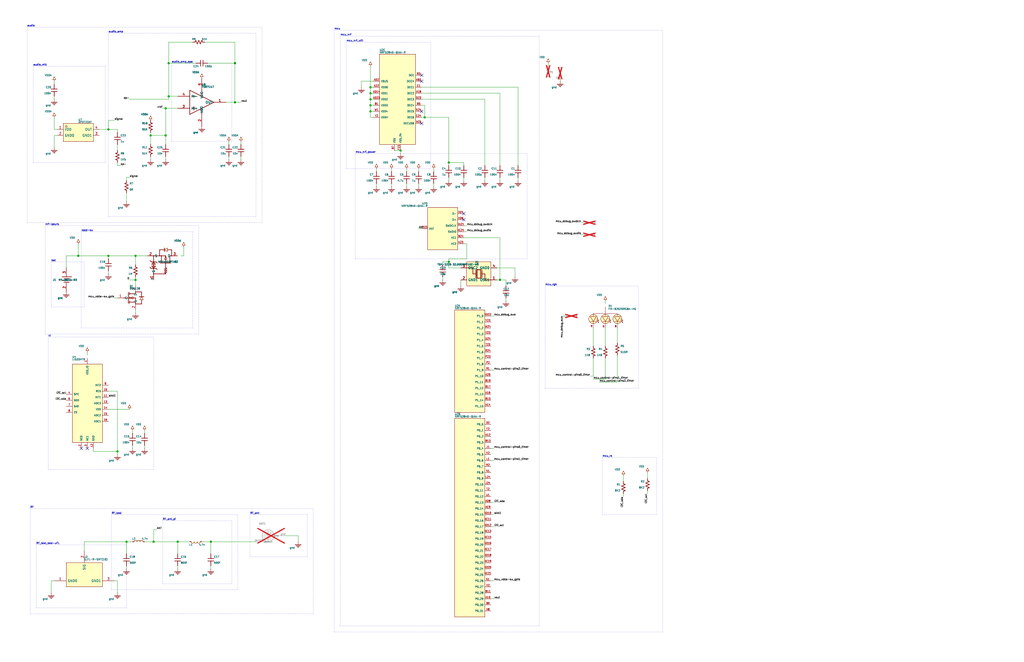
<source format=kicad_sch>
(kicad_sch (version 20230121) (generator jitx)
  (paper "B")
  (lib_symbols
    (symbol "VDDA" (power)
      (property "Reference" "#PWR" (at 35.0 60.0 0.0))
      (property "Value" "VDDA" (at -2.54 2.54 0.0))
      (symbol "VDDA_1_0"
        (pin power_in line (at 0.0 0.0 90) (length 0.0) (name "VDDA") (number "~"))
      )
    )
    (symbol "gnd" (power)
      (property "Reference" "#PWR" (at 35.0 60.0 0.0))
      (property "Value" "gnd" (at -2.54 -2.54 0.0))
      (symbol "gnd_1_0"
        (pin power_in line (at 0.0 0.0 270) (length 0.0) (name "gnd") (number "~"))
      )
    )
    (symbol "VDD" (power)
      (property "Reference" "#PWR" (at 35.0 60.0 0.0))
      (property "Value" "VDD" (at -2.54 2.54 0.0))
      (symbol "VDD_1_0"
        (pin power_in line (at 0.0 0.0 90) (length 0.0) (name "VDD") (number "~"))
      )
    )
    (symbol "sym_TSX_3225_32_0000MF10Z_W6"
      (property "Reference" "U" (at 0.0 4.54 0.0))
      (property "Value" "sym_TSX_3225_32_0000MF10Z_W6" (at 0.0 3.54 0.0))
      (symbol "sym_TSX_3225_32_0000MF10Z_W6_1_0"
        (pin unspecified line (at -7.62 2.54 0) (length 2.54) (name "GND0") (number "~"))
        (pin unspecified line (at 7.62 -2.54 180) (length 2.54) (name "GND1") (number "~"))
        (pin unspecified line (at -7.62 -2.54 0) (length 2.54) (name "OSC1") (number "~"))
        (pin unspecified line (at 7.62 2.54 180) (length 2.54) (name "OSC2") (number "~"))
      )
    )
    (symbol "capacitor_sym"
      (property "Reference" "U" (at 1.27 1.27 0.0))
      (property "Value" "capacitor_sym" (at 1.27 -1.27 0.0))
      (symbol "capacitor_sym_1_0"
        (pin unspecified line (at 0.0 2.54 270) (length 0.0) (name "1") (number "~"))
        (pin unspecified line (at 0.0 -2.54 90) (length 0.0) (name "2") (number "~"))
      )
    )
    (symbol "box_symbol_7L_9R_0T_2B"
      (property "Reference" "U" (at -7.62 20.412 0.0))
      (property "Value" "box_symbol_7L_9R_0T_2B" (at -7.62 19.35 0.0))
      (symbol "box_symbol_7L_9R_0T_2B_1_0"
        (pin unspecified line (at -10.16 7.62 0) (length 2.54) (name "L0") (number "~"))
        (pin unspecified line (at -10.16 5.08 0) (length 2.54) (name "L1") (number "~"))
        (pin unspecified line (at -10.16 2.54 0) (length 2.54) (name "L2") (number "~"))
        (pin unspecified line (at -10.16 0.0 0) (length 2.54) (name "L3") (number "~"))
        (pin unspecified line (at -10.16 -2.54 0) (length 2.54) (name "L4") (number "~"))
        (pin unspecified line (at -10.16 -5.08 0) (length 2.54) (name "L5") (number "~"))
        (pin unspecified line (at -10.16 -7.62 0) (length 2.54) (name "L6") (number "~"))
        (pin unspecified line (at 10.16 10.16 180) (length 2.54) (name "R0") (number "~"))
        (pin unspecified line (at 10.16 7.62 180) (length 2.54) (name "R1") (number "~"))
        (pin unspecified line (at 10.16 5.08 180) (length 2.54) (name "R2") (number "~"))
        (pin unspecified line (at 10.16 2.54 180) (length 2.54) (name "R3") (number "~"))
        (pin unspecified line (at 10.16 0.0 180) (length 2.54) (name "R4") (number "~"))
        (pin unspecified line (at 10.16 -2.54 180) (length 2.54) (name "R5") (number "~"))
        (pin unspecified line (at 10.16 -5.08 180) (length 2.54) (name "R6") (number "~"))
        (pin unspecified line (at 10.16 -7.62 180) (length 2.54) (name "R7") (number "~"))
        (pin unspecified line (at 10.16 -10.16 180) (length 2.54) (name "R8") (number "~"))
        (pin unspecified line (at -1.27 -21.59 90) (length 2.54) (name "B0") (number "~"))
        (pin unspecified line (at 1.27 -21.59 90) (length 2.54) (name "B1") (number "~"))
      )
    )
    (symbol "capacitor_sym_1"
      (property "Reference" "U" (at 1.27 1.27 0.0))
      (property "Value" "capacitor_sym_1" (at 1.27 -1.27 0.0))
      (symbol "capacitor_sym_1_1_0"
        (pin unspecified line (at 0.0 2.54 270) (length 0.0) (name "1") (number "~"))
        (pin unspecified line (at 0.0 -2.54 90) (length 0.0) (name "2") (number "~"))
      )
    )
    (symbol "resistor_sym"
      (property "Reference" "U" (at 1.27 1.27 0.0))
      (property "Value" "resistor_sym" (at 1.27 -1.27 0.0))
      (symbol "resistor_sym_1_0"
        (pin unspecified line (at 0.0 2.54 270) (length 0.0) (name "1") (number "~"))
        (pin unspecified line (at 0.0 -2.54 90) (length 0.0) (name "2") (number "~"))
      )
    )
    (symbol "sym_AP3722AT"
      (property "Reference" "U" (at 0.0 4.921 0.0))
      (property "Value" "sym_AP3722AT" (at 0.0 3.921 0.0))
      (symbol "sym_AP3722AT_1_0"
        (pin unspecified line (at -8.89 1.27 0) (length 2.54) (name "VDD") (number "~"))
        (pin unspecified line (at -8.89 -1.27 0) (length 2.54) (name "GND0") (number "~"))
        (pin unspecified line (at 8.89 -1.27 180) (length 2.54) (name "GND1") (number "~"))
        (pin unspecified line (at 8.89 1.27 180) (length 2.54) (name "OUT") (number "~"))
      )
    )
    (symbol "capacitor_sym_2"
      (property "Reference" "U" (at 1.27 1.27 0.0))
      (property "Value" "capacitor_sym_2" (at 1.27 -1.27 0.0))
      (symbol "capacitor_sym_2_1_0"
        (pin unspecified line (at 0.0 2.54 270) (length 0.0) (name "1") (number "~"))
        (pin unspecified line (at 0.0 -2.54 90) (length 0.0) (name "2") (number "~"))
      )
    )
    (symbol "sym_BSS138"
      (property "Reference" "U" (at 0.0 4.54 0.0))
      (property "Value" "sym_BSS138" (at 0.0 3.54 0.0))
      (symbol "sym_BSS138_1_0"
        (pin unspecified line (at 2.54 5.08 270) (length 2.54) (name "D") (number "~"))
        (pin unspecified line (at -5.08 0.0 0) (length 2.54) (name "G") (number "~"))
        (pin unspecified line (at 2.54 -5.08 90) (length 2.54) (name "S") (number "~"))
      )
    )
    (symbol "capacitor_sym_3"
      (property "Reference" "U" (at 1.27 1.27 0.0))
      (property "Value" "capacitor_sym_3" (at 1.27 -1.27 0.0))
      (symbol "capacitor_sym_3_1_0"
        (pin unspecified line (at 0.0 2.54 270) (length 0.0) (name "1") (number "~"))
        (pin unspecified line (at 0.0 -2.54 90) (length 0.0) (name "2") (number "~"))
      )
    )
    (symbol "capacitor_sym_4"
      (property "Reference" "U" (at 1.27 1.27 0.0))
      (property "Value" "capacitor_sym_4" (at 1.27 -1.27 0.0))
      (symbol "capacitor_sym_4_1_0"
        (pin unspecified line (at 0.0 2.54 270) (length 0.0) (name "1") (number "~"))
        (pin unspecified line (at 0.0 -2.54 90) (length 0.0) (name "2") (number "~"))
      )
    )
    (symbol "box_symbol_6L_1R_0T_0B"
      (property "Reference" "U" (at -6.35 10.252 0.0))
      (property "Value" "box_symbol_6L_1R_0T_0B" (at -6.35 9.19 0.0))
      (symbol "box_symbol_6L_1R_0T_0B_1_0"
        (pin unspecified line (at -8.89 6.35 0) (length 2.54) (name "L0") (number "~"))
        (pin unspecified line (at -8.89 3.81 0) (length 2.54) (name "L1") (number "~"))
        (pin unspecified line (at -8.89 1.27 0) (length 2.54) (name "L2") (number "~"))
        (pin unspecified line (at -8.89 -1.27 0) (length 2.54) (name "L3") (number "~"))
        (pin unspecified line (at -8.89 -3.81 0) (length 2.54) (name "L4") (number "~"))
        (pin unspecified line (at -8.89 -6.35 0) (length 2.54) (name "L5") (number "~"))
        (pin unspecified line (at 8.89 0.0 180) (length 2.54) (name "R0") (number "~"))
      )
    )
    (symbol "resistor_sym_1"
      (property "Reference" "U" (at 1.27 1.27 0.0))
      (property "Value" "resistor_sym_1" (at 1.27 -1.27 0.0))
      (symbol "resistor_sym_1_1_0"
        (pin unspecified line (at 0.0 2.54 270) (length 0.0) (name "1") (number "~"))
        (pin unspecified line (at 0.0 -2.54 90) (length 0.0) (name "2") (number "~"))
      )
    )
    (symbol "capacitor_sym_5"
      (property "Reference" "U" (at 1.27 1.27 0.0))
      (property "Value" "capacitor_sym_5" (at 1.27 -1.27 0.0))
      (symbol "capacitor_sym_5_1_0"
        (pin unspecified line (at 0.0 2.54 270) (length 0.0) (name "1") (number "~"))
        (pin unspecified line (at 0.0 -2.54 90) (length 0.0) (name "2") (number "~"))
      )
    )
    (symbol "capacitor_sym_6"
      (property "Reference" "U" (at 1.27 1.27 0.0))
      (property "Value" "capacitor_sym_6" (at 1.27 -1.27 0.0))
      (symbol "capacitor_sym_6_1_0"
        (pin unspecified line (at 0.0 2.54 270) (length 0.0) (name "1") (number "~"))
        (pin unspecified line (at 0.0 -2.54 90) (length 0.0) (name "2") (number "~"))
      )
    )
    (symbol "antenna_symbol"
      (property "Reference" "U" (at -3.81 5.08 0.0))
      (property "Value" "antenna_symbol" (at -3.81 3.81 0.0))
      (symbol "antenna_symbol_1_0"
        (pin unspecified line (at -5.08 -2.54 0) (length 2.54) (name "1") (number "~"))
        (pin unspecified line (at 7.62 0.0 180) (length 2.54) (name "2") (number "~"))
      )
    )
    (symbol "capacitor_sym_7"
      (property "Reference" "U" (at 1.27 1.27 0.0))
      (property "Value" "capacitor_sym_7" (at 1.27 -1.27 0.0))
      (symbol "capacitor_sym_7_1_0"
        (pin unspecified line (at 0.0 2.54 270) (length 0.0) (name "1") (number "~"))
        (pin unspecified line (at 0.0 -2.54 90) (length 0.0) (name "2") (number "~"))
      )
    )
    (symbol "sym_NTA4151PT1G"
      (property "Reference" "U" (at 0.0 7.207 0.0))
      (property "Value" "sym_NTA4151PT1G" (at 0.0 6.207 0.0))
      (symbol "sym_NTA4151PT1G_1_0"
        (pin unspecified line (at 2.54 7.62 270) (length 2.54) (name "D") (number "~"))
        (pin unspecified line (at -7.62 -2.54 0) (length 2.54) (name "G") (number "~"))
        (pin unspecified line (at 2.54 -5.08 90) (length 2.54) (name "S") (number "~"))
      )
    )
    (symbol "capacitor_sym_8"
      (property "Reference" "U" (at 1.27 1.27 0.0))
      (property "Value" "capacitor_sym_8" (at 1.27 -1.27 0.0))
      (symbol "capacitor_sym_8_1_0"
        (pin unspecified line (at 0.0 2.54 270) (length 0.0) (name "1") (number "~"))
        (pin unspecified line (at 0.0 -2.54 90) (length 0.0) (name "2") (number "~"))
      )
    )
    (symbol "resistor_sym_2"
      (property "Reference" "U" (at 1.27 1.27 0.0))
      (property "Value" "resistor_sym_2" (at 1.27 -1.27 0.0))
      (symbol "resistor_sym_2_1_0"
        (pin unspecified line (at 0.0 2.54 270) (length 0.0) (name "2") (number "~"))
        (pin unspecified line (at 0.0 -2.54 90) (length 0.0) (name "1") (number "~"))
      )
    )
    (symbol "capacitor_sym_9"
      (property "Reference" "U" (at 1.27 1.27 0.0))
      (property "Value" "capacitor_sym_9" (at 1.27 -1.27 0.0))
      (symbol "capacitor_sym_9_1_0"
        (pin unspecified line (at 0.0 2.54 270) (length 0.0) (name "1") (number "~"))
        (pin unspecified line (at 0.0 -2.54 90) (length 0.0) (name "2") (number "~"))
      )
    )
    (symbol "capacitor_sym_10"
      (property "Reference" "U" (at 1.27 1.27 0.0))
      (property "Value" "capacitor_sym_10" (at 1.27 -1.27 0.0))
      (symbol "capacitor_sym_10_1_0"
        (pin unspecified line (at 0.0 2.54 270) (length 0.0) (name "1") (number "~"))
        (pin unspecified line (at 0.0 -2.54 90) (length 0.0) (name "2") (number "~"))
      )
    )
    (symbol "capacitor_sym_11"
      (property "Reference" "U" (at 1.27 1.27 0.0))
      (property "Value" "capacitor_sym_11" (at 1.27 -1.27 0.0))
      (symbol "capacitor_sym_11_1_0"
        (pin unspecified line (at 0.0 2.54 270) (length 0.0) (name "1") (number "~"))
        (pin unspecified line (at 0.0 -2.54 90) (length 0.0) (name "2") (number "~"))
      )
    )
    (symbol "ALTIUM_POWER_ARROW"
      (property "Value" "ALTIUM_POWER_ARROW" (at 2.54 -0.508 0.0))
      (symbol "ALTIUM_POWER_ARROW_1_0"
        (pin unspecified line (at 0.0 0.0 0) (length 0.0) (name "0") (number "~"))
      )
    )
    (symbol "resistor_sym_3"
      (property "Reference" "U" (at 1.27 1.27 0.0))
      (property "Value" "resistor_sym_3" (at 1.27 -1.27 0.0))
      (symbol "resistor_sym_3_1_0"
        (pin unspecified line (at 0.0 2.54 270) (length 0.0) (name "1") (number "~"))
        (pin unspecified line (at 0.0 -2.54 90) (length 0.0) (name "2") (number "~"))
      )
    )
    (symbol "ALTIUM_POWER_GND_POWER"
      (property "Value" "ALTIUM_POWER_GND_POWER" (at 2.54 -1.016 0.0))
      (symbol "ALTIUM_POWER_GND_POWER_1_0"
        (pin unspecified line (at 0.0 0.0 0) (length 0.0) (name "0") (number "~"))
      )
    )
    (symbol "capacitor_sym_12"
      (property "Reference" "U" (at 1.27 1.27 0.0))
      (property "Value" "capacitor_sym_12" (at 1.27 -1.27 0.0))
      (symbol "capacitor_sym_12_1_0"
        (pin unspecified line (at 0.0 2.54 270) (length 0.0) (name "1") (number "~"))
        (pin unspecified line (at 0.0 -2.54 90) (length 0.0) (name "2") (number "~"))
      )
    )
    (symbol "inductor_sym"
      (property "Reference" "U" (at 1.27 1.27 0.0))
      (property "Value" "inductor_sym" (at 1.27 -1.27 0.0))
      (symbol "inductor_sym_1_0"
        (pin unspecified line (at 0.0 2.54 270) (length 0.0) (name "1") (number "~"))
        (pin unspecified line (at 0.0 -2.54 90) (length 0.0) (name "2") (number "~"))
      )
    )
    (symbol "capacitor_sym_13"
      (property "Reference" "U" (at 1.27 1.27 0.0))
      (property "Value" "capacitor_sym_13" (at 1.27 -1.27 0.0))
      (symbol "capacitor_sym_13_1_0"
        (pin unspecified line (at 0.0 2.54 270) (length 0.0) (name "1") (number "~"))
        (pin unspecified line (at 0.0 -2.54 90) (length 0.0) (name "2") (number "~"))
      )
    )
    (symbol "supply_sym"
      (property "Value" "supply_sym" (at -2.54 2.54 0.0))
      (symbol "supply_sym_1_0"
        (pin unspecified line (at 0.0 0.0 90) (length 0.0) (name "0") (number "~"))
      )
    )
    (symbol "resistor_sym_4"
      (property "Reference" "U" (at 1.27 1.27 0.0))
      (property "Value" "resistor_sym_4" (at 1.27 -1.27 0.0))
      (symbol "resistor_sym_4_1_0"
        (pin unspecified line (at 0.0 2.54 270) (length 0.0) (name "2") (number "~"))
        (pin unspecified line (at 0.0 -2.54 90) (length 0.0) (name "1") (number "~"))
      )
    )
    (symbol "ground_sym"
      (property "Value" "ground_sym" (at -2.54 -2.54 0.0))
      (symbol "ground_sym_1_0"
        (pin unspecified line (at 0.0 0.0 270) (length 0.0) (name "0") (number "~"))
      )
    )
    (symbol "capacitor_sym_14"
      (property "Reference" "U" (at 1.27 1.27 0.0))
      (property "Value" "capacitor_sym_14" (at 1.27 -1.27 0.0))
      (symbol "capacitor_sym_14_1_0"
        (pin unspecified line (at 0.0 2.54 270) (length 0.0) (name "1") (number "~"))
        (pin unspecified line (at 0.0 -2.54 90) (length 0.0) (name "2") (number "~"))
      )
    )
    (symbol "sym_MY_1632_03"
      (property "Reference" "U" (at 0.0 4.286 0.0))
      (property "Value" "sym_MY_1632_03" (at 0.0 3.286 0.0))
      (symbol "sym_MY_1632_03_1_0"
        (pin unspecified line (at -5.08 0.0 0) (length 3.81) (name "1") (number "~"))
        (pin unspecified line (at 5.08 0.0 180) (length 3.81) (name "2") (number "~"))
      )
    )
    (symbol "capacitor_sym_15"
      (property "Reference" "U" (at 1.27 1.27 0.0))
      (property "Value" "capacitor_sym_15" (at 1.27 -1.27 0.0))
      (symbol "capacitor_sym_15_1_0"
        (pin unspecified line (at 0.0 2.54 270) (length 0.0) (name "1") (number "~"))
        (pin unspecified line (at 0.0 -2.54 90) (length 0.0) (name "2") (number "~"))
      )
    )
    (symbol "diode_rgb_led"
      (property "Reference" "U" (at 1.27 5.08 0.0))
      (property "Value" "diode_rgb_led" (at 1.27 3.81 0.0))
      (symbol "diode_rgb_led_1_0"
        (pin unspecified line (at 0.0 5.08 270) (length 0.0) (name "a") (number "~"))
        (pin unspecified line (at -5.08 -3.81 90) (length 0.0) (name "r") (number "~"))
        (pin unspecified line (at 0.0 -3.81 90) (length 0.0) (name "g") (number "~"))
        (pin unspecified line (at 5.08 -3.81 90) (length 0.0) (name "b") (number "~"))
        (text "R" (at -5.842 -3.048 0) (effects (font (size 0.7056 0.7056))))
        (text "G" (at -0.762 -3.048 0) (effects (font (size 0.7056 0.7056))))
        (text "B" (at 4.318 -3.048 0) (effects (font (size 0.7056 0.7056))))
      )
    )
    (symbol "resistor_sym_5"
      (property "Reference" "U" (at 1.27 1.27 0.0))
      (property "Value" "resistor_sym_5" (at 1.27 -1.27 0.0))
      (symbol "resistor_sym_5_1_0"
        (pin unspecified line (at 0.0 2.54 270) (length 0.0) (name "1") (number "~"))
        (pin unspecified line (at 0.0 -2.54 90) (length 0.0) (name "2") (number "~"))
      )
    )
    (symbol "resistor_sym_6"
      (property "Reference" "U" (at 1.27 1.27 0.0))
      (property "Value" "resistor_sym_6" (at 1.27 -1.27 0.0))
      (symbol "resistor_sym_6_1_0"
        (pin unspecified line (at 0.0 2.54 270) (length 0.0) (name "2") (number "~"))
        (pin unspecified line (at 0.0 -2.54 90) (length 0.0) (name "1") (number "~"))
      )
    )
    (symbol "capacitor_sym_16"
      (property "Reference" "U" (at 1.27 1.27 0.0))
      (property "Value" "capacitor_sym_16" (at 1.27 -1.27 0.0))
      (symbol "capacitor_sym_16_1_0"
        (pin unspecified line (at 0.0 2.54 270) (length 0.0) (name "1") (number "~"))
        (pin unspecified line (at 0.0 -2.54 90) (length 0.0) (name "2") (number "~"))
      )
    )
    (symbol "capacitor_sym_17"
      (property "Reference" "U" (at 1.27 1.27 0.0))
      (property "Value" "capacitor_sym_17" (at 1.27 -1.27 0.0))
      (symbol "capacitor_sym_17_1_0"
        (pin unspecified line (at 0.0 2.54 270) (length 0.0) (name "1") (number "~"))
        (pin unspecified line (at 0.0 -2.54 90) (length 0.0) (name "2") (number "~"))
      )
    )
    (symbol "test_point_sym"
      (property "Reference" "U" (at -2.54 1.905 0.0))
      (symbol "test_point_sym_1_0"
        (pin unspecified line (at 2.54 0.0 180) (length 0.0) (name "p") (number "~"))
      )
    )
    (symbol "sym_TS971ILT"
      (property "Reference" "U" (at 0.0 7.08 0.0))
      (property "Value" "sym_TS971ILT" (at 0.0 6.08 0.0))
      (symbol "sym_TS971ILT_1_0"
        (pin unspecified line (at 10.16 0.0 180) (length 5.08) (name "OUT") (number "~"))
        (pin unspecified line (at 0.0 10.16 270) (length 5.08) (name "VCC") (number "~"))
        (pin unspecified line (at -10.16 2.54 0) (length 5.08) (name "IN-") (number "~"))
        (pin unspecified line (at -10.16 -2.54 0) (length 5.08) (name "IN+") (number "~"))
        (pin unspecified line (at 0.0 -10.16 90) (length 5.08) (name "VDD") (number "~"))
      )
    )
    (symbol "box_symbol_0L_16R_0T_0B"
      (property "Reference" "U" (at -6.35 22.952 0.0))
      (property "Value" "box_symbol_0L_16R_0T_0B" (at -6.35 21.89 0.0))
      (symbol "box_symbol_0L_16R_0T_0B_1_0"
        (pin unspecified line (at 8.89 19.05 180) (length 2.54) (name "R0") (number "~"))
        (pin unspecified line (at 8.89 16.51 180) (length 2.54) (name "R1") (number "~"))
        (pin unspecified line (at 8.89 13.97 180) (length 2.54) (name "R2") (number "~"))
        (pin unspecified line (at 8.89 11.43 180) (length 2.54) (name "R3") (number "~"))
        (pin unspecified line (at 8.89 8.89 180) (length 2.54) (name "R4") (number "~"))
        (pin unspecified line (at 8.89 6.35 180) (length 2.54) (name "R5") (number "~"))
        (pin unspecified line (at 8.89 3.81 180) (length 2.54) (name "R6") (number "~"))
        (pin unspecified line (at 8.89 1.27 180) (length 2.54) (name "R7") (number "~"))
        (pin unspecified line (at 8.89 -1.27 180) (length 2.54) (name "R8") (number "~"))
        (pin unspecified line (at 8.89 -3.81 180) (length 2.54) (name "R9") (number "~"))
        (pin unspecified line (at 8.89 -6.35 180) (length 2.54) (name "R10") (number "~"))
        (pin unspecified line (at 8.89 -8.89 180) (length 2.54) (name "R11") (number "~"))
        (pin unspecified line (at 8.89 -11.43 180) (length 2.54) (name "R12") (number "~"))
        (pin unspecified line (at 8.89 -13.97 180) (length 2.54) (name "R13") (number "~"))
        (pin unspecified line (at 8.89 -16.51 180) (length 2.54) (name "R14") (number "~"))
        (pin unspecified line (at 8.89 -19.05 180) (length 2.54) (name "R15") (number "~"))
      )
    )
    (symbol "inductor_sym_1"
      (property "Reference" "U" (at 1.27 1.27 0.0))
      (property "Value" "inductor_sym_1" (at 1.27 -1.27 0.0))
      (symbol "inductor_sym_1_1_0"
        (pin unspecified line (at 0.0 2.54 270) (length 0.0) (name "1") (number "~"))
        (pin unspecified line (at 0.0 -2.54 90) (length 0.0) (name "2") (number "~"))
      )
    )
    (symbol "capacitor_sym_18"
      (property "Reference" "U" (at 1.27 1.27 0.0))
      (property "Value" "capacitor_sym_18" (at 1.27 -1.27 0.0))
      (symbol "capacitor_sym_18_1_0"
        (pin unspecified line (at 0.0 2.54 270) (length 0.0) (name "1") (number "~"))
        (pin unspecified line (at 0.0 -2.54 90) (length 0.0) (name "2") (number "~"))
      )
    )
    (symbol "capacitor_sym_19"
      (property "Reference" "U" (at 1.27 1.27 0.0))
      (property "Value" "capacitor_sym_19" (at 1.27 -1.27 0.0))
      (symbol "capacitor_sym_19_1_0"
        (pin unspecified line (at 0.0 2.54 270) (length 0.0) (name "1") (number "~"))
        (pin unspecified line (at 0.0 -2.54 90) (length 0.0) (name "2") (number "~"))
      )
    )
    (symbol "sym_U_FL_R_SMT_10_"
      (property "Reference" "U" (at 0.0 9.62 0.0))
      (property "Value" "sym_U_FL_R_SMT_10_" (at 0.0 8.62 0.0))
      (symbol "sym_U_FL_R_SMT_10__1_0"
        (pin unspecified line (at -12.7 0.0 0) (length 5.08) (name "GND0") (number "~"))
        (pin unspecified line (at 0.0 12.7 270) (length 5.08) (name "SIG") (number "~"))
        (pin unspecified line (at 12.7 0.0 180) (length 5.08) (name "GND1") (number "~"))
      )
    )
    (symbol "resistor_sym_7"
      (property "Reference" "U" (at 1.27 1.27 0.0))
      (property "Value" "resistor_sym_7" (at 1.27 -1.27 0.0))
      (symbol "resistor_sym_7_1_0"
        (pin unspecified line (at 0.0 2.54 270) (length 0.0) (name "2") (number "~"))
        (pin unspecified line (at 0.0 -2.54 90) (length 0.0) (name "1") (number "~"))
      )
    )
    (symbol "resistor_sym_8"
      (property "Reference" "U" (at 1.27 1.27 0.0))
      (property "Value" "resistor_sym_8" (at 1.27 -1.27 0.0))
      (symbol "resistor_sym_8_1_0"
        (pin unspecified line (at 0.0 2.54 270) (length 0.0) (name "1") (number "~"))
        (pin unspecified line (at 0.0 -2.54 90) (length 0.0) (name "2") (number "~"))
      )
    )
    (symbol "box_symbol_0L_32R_0T_0B"
      (property "Reference" "U" (at -6.35 43.272 0.0))
      (property "Value" "box_symbol_0L_32R_0T_0B" (at -6.35 42.21 0.0))
      (symbol "box_symbol_0L_32R_0T_0B_1_0"
        (pin unspecified line (at 8.89 39.37 180) (length 2.54) (name "R0") (number "~"))
        (pin unspecified line (at 8.89 36.83 180) (length 2.54) (name "R1") (number "~"))
        (pin unspecified line (at 8.89 34.29 180) (length 2.54) (name "R2") (number "~"))
        (pin unspecified line (at 8.89 31.75 180) (length 2.54) (name "R3") (number "~"))
        (pin unspecified line (at 8.89 29.21 180) (length 2.54) (name "R4") (number "~"))
        (pin unspecified line (at 8.89 26.67 180) (length 2.54) (name "R5") (number "~"))
        (pin unspecified line (at 8.89 24.13 180) (length 2.54) (name "R6") (number "~"))
        (pin unspecified line (at 8.89 21.59 180) (length 2.54) (name "R7") (number "~"))
        (pin unspecified line (at 8.89 19.05 180) (length 2.54) (name "R8") (number "~"))
        (pin unspecified line (at 8.89 16.51 180) (length 2.54) (name "R9") (number "~"))
        (pin unspecified line (at 8.89 13.97 180) (length 2.54) (name "R10") (number "~"))
        (pin unspecified line (at 8.89 11.43 180) (length 2.54) (name "R11") (number "~"))
        (pin unspecified line (at 8.89 8.89 180) (length 2.54) (name "R12") (number "~"))
        (pin unspecified line (at 8.89 6.35 180) (length 2.54) (name "R13") (number "~"))
        (pin unspecified line (at 8.89 3.81 180) (length 2.54) (name "R14") (number "~"))
        (pin unspecified line (at 8.89 1.27 180) (length 2.54) (name "R15") (number "~"))
        (pin unspecified line (at 8.89 -1.27 180) (length 2.54) (name "R16") (number "~"))
        (pin unspecified line (at 8.89 -3.81 180) (length 2.54) (name "R17") (number "~"))
        (pin unspecified line (at 8.89 -6.35 180) (length 2.54) (name "R18") (number "~"))
        (pin unspecified line (at 8.89 -8.89 180) (length 2.54) (name "R19") (number "~"))
        (pin unspecified line (at 8.89 -11.43 180) (length 2.54) (name "R20") (number "~"))
        (pin unspecified line (at 8.89 -13.97 180) (length 2.54) (name "R21") (number "~"))
        (pin unspecified line (at 8.89 -16.51 180) (length 2.54) (name "R22") (number "~"))
        (pin unspecified line (at 8.89 -19.05 180) (length 2.54) (name "R23") (number "~"))
        (pin unspecified line (at 8.89 -21.59 180) (length 2.54) (name "R24") (number "~"))
        (pin unspecified line (at 8.89 -24.13 180) (length 2.54) (name "R25") (number "~"))
        (pin unspecified line (at 8.89 -26.67 180) (length 2.54) (name "R26") (number "~"))
        (pin unspecified line (at 8.89 -29.21 180) (length 2.54) (name "R27") (number "~"))
        (pin unspecified line (at 8.89 -31.75 180) (length 2.54) (name "R28") (number "~"))
        (pin unspecified line (at 8.89 -34.29 180) (length 2.54) (name "R29") (number "~"))
        (pin unspecified line (at 8.89 -36.83 180) (length 2.54) (name "R30") (number "~"))
        (pin unspecified line (at 8.89 -39.37 180) (length 2.54) (name "R31") (number "~"))
      )
    )
    (symbol "capacitor_sym_20"
      (property "Reference" "U" (at 1.27 1.27 0.0))
      (property "Value" "capacitor_sym_20" (at 1.27 -1.27 0.0))
      (symbol "capacitor_sym_20_1_0"
        (pin unspecified line (at 0.0 2.54 270) (length 0.0) (name "1") (number "~"))
        (pin unspecified line (at 0.0 -2.54 90) (length 0.0) (name "2") (number "~"))
      )
    )
    (symbol "capacitor_sym_21"
      (property "Reference" "U" (at 1.27 1.27 0.0))
      (property "Value" "capacitor_sym_21" (at 1.27 -1.27 0.0))
      (symbol "capacitor_sym_21_1_0"
        (pin unspecified line (at 0.0 2.54 270) (length 0.0) (name "1") (number "~"))
        (pin unspecified line (at 0.0 -2.54 90) (length 0.0) (name "2") (number "~"))
      )
    )
    (symbol "box_symbol_4L_7R_1T_3B"
      (property "Reference" "U" (at -6.35 19.142 0.0))
      (property "Value" "box_symbol_4L_7R_1T_3B" (at -6.35 18.08 0.0))
      (symbol "box_symbol_4L_7R_1T_3B_1_0"
        (pin unspecified line (at -8.89 3.81 0) (length 2.54) (name "L0") (number "~"))
        (pin unspecified line (at -8.89 1.27 0) (length 2.54) (name "L1") (number "~"))
        (pin unspecified line (at -8.89 -1.27 0) (length 2.54) (name "L2") (number "~"))
        (pin unspecified line (at -8.89 -3.81 0) (length 2.54) (name "L3") (number "~"))
        (pin unspecified line (at 8.89 7.62 180) (length 2.54) (name "R0") (number "~"))
        (pin unspecified line (at 8.89 5.08 180) (length 2.54) (name "R1") (number "~"))
        (pin unspecified line (at 8.89 2.54 180) (length 2.54) (name "R2") (number "~"))
        (pin unspecified line (at 8.89 0.0 180) (length 2.54) (name "R3") (number "~"))
        (pin unspecified line (at 8.89 -2.54 180) (length 2.54) (name "R4") (number "~"))
        (pin unspecified line (at 8.89 -5.08 180) (length 2.54) (name "R5") (number "~"))
        (pin unspecified line (at 8.89 -7.62 180) (length 2.54) (name "R6") (number "~"))
        (pin unspecified line (at 0.0 19.05 270) (length 2.54) (name "T0") (number "~"))
        (pin unspecified line (at -2.54 -19.05 90) (length 2.54) (name "B0") (number "~"))
        (pin unspecified line (at 0.0 -19.05 90) (length 2.54) (name "B1") (number "~"))
        (pin unspecified line (at 2.54 -19.05 90) (length 2.54) (name "B2") (number "~"))
      )
    )
    (symbol "resistor_sym_9"
      (property "Reference" "U" (at 1.27 1.27 0.0))
      (property "Value" "resistor_sym_9" (at 1.27 -1.27 0.0))
      (symbol "resistor_sym_9_1_0"
        (pin unspecified line (at 0.0 2.54 270) (length 0.0) (name "2") (number "~"))
        (pin unspecified line (at 0.0 -2.54 90) (length 0.0) (name "1") (number "~"))
      )
    )
    (symbol "capacitor_sym_22"
      (property "Reference" "U" (at 1.27 1.27 0.0))
      (property "Value" "capacitor_sym_22" (at 1.27 -1.27 0.0))
      (symbol "capacitor_sym_22_1_0"
        (pin unspecified line (at 0.0 2.54 270) (length 0.0) (name "1") (number "~"))
        (pin unspecified line (at 0.0 -2.54 90) (length 0.0) (name "2") (number "~"))
      )
    )
    (symbol "capacitor_sym_23"
      (property "Reference" "U" (at 1.27 1.27 0.0))
      (property "Value" "capacitor_sym_23" (at 1.27 -1.27 0.0))
      (symbol "capacitor_sym_23_1_0"
        (pin unspecified line (at 0.0 2.54 270) (length 0.0) (name "1") (number "~"))
        (pin unspecified line (at 0.0 -2.54 90) (length 0.0) (name "2") (number "~"))
      )
    )
    (symbol "my_capacitor"
      (property "Reference" "C" (at 1.27 1.27 0.0))
      (property "Value" "my_capacitor" (at 1.27 -1.27 0.0))
      (symbol "my_capacitor_1_0"
        (pin unspecified line (at 0.0 2.54 270) (length 0.0) (name "1") (number "1"))
        (pin unspecified line (at 0.0 -2.54 90) (length 0.0) (name "2") (number "2"))
      )
    )
    (symbol "C1986412"
      (property "Reference" "X" (at 0.0 4.54 0.0))
      (property "Value" "C1986412" (at 0.0 3.54 0.0))
      (symbol "C1986412_1_0"
        (pin unspecified line (at -7.62 2.54 0) (length 2.54) (name "GND0") (number "4"))
        (pin unspecified line (at 7.62 -2.54 180) (length 2.54) (name "GND1") (number "2"))
        (pin unspecified line (at -7.62 -2.54 0) (length 2.54) (name "OSC1") (number "1"))
        (pin unspecified line (at 7.62 2.54 180) (length 2.54) (name "OSC2") (number "3"))
      )
    )
    (symbol "my_resistor"
      (property "Reference" "R" (at 1.27 1.27 0.0))
      (property "Value" "my_resistor" (at 1.27 -1.27 0.0))
      (symbol "my_resistor_1_0"
        (pin unspecified line (at 0.0 2.54 270) (length 0.0) (name "1") (number "1"))
        (pin unspecified line (at 0.0 -2.54 90) (length 0.0) (name "2") (number "2"))
      )
    )
    (symbol "my_capacitor_1"
      (property "Reference" "C" (at 1.27 1.27 0.0))
      (property "Value" "my_capacitor_1" (at 1.27 -1.27 0.0))
      (symbol "my_capacitor_1_1_0"
        (pin unspecified line (at 0.0 2.54 270) (length 0.0) (name "1") (number "1"))
        (pin unspecified line (at 0.0 -2.54 90) (length 0.0) (name "2") (number "2"))
      )
    )
    (symbol "XCVR_NRF52840_QIAA_R"
      (property "Reference" "U" (at -6.35 22.952 0.0))
      (property "Value" "XCVR_NRF52840_QIAA_R" (at -6.35 21.89 0.0))
      (symbol "XCVR_NRF52840_QIAA_R_1_0"
        (pin unspecified line (at 8.89 19.05 180) (length 2.54) (name "P1_0") (number "AD22"))
        (pin unspecified line (at 8.89 16.51 180) (length 2.54) (name "P1_1") (number "Y23"))
        (pin unspecified line (at 8.89 13.97 180) (length 2.54) (name "P1_2") (number "W24"))
        (pin unspecified line (at 8.89 11.43 180) (length 2.54) (name "P1_3") (number "V23"))
        (pin unspecified line (at 8.89 8.89 180) (length 2.54) (name "P1_4") (number "U24"))
        (pin unspecified line (at 8.89 6.35 180) (length 2.54) (name "P1_5") (number "T23"))
        (pin unspecified line (at 8.89 3.81 180) (length 2.54) (name "P1_6") (number "R24"))
        (pin unspecified line (at 8.89 1.27 180) (length 2.54) (name "P1_7") (number "P23"))
        (pin unspecified line (at 8.89 -1.27 180) (length 2.54) (name "P1_8") (number "P2"))
        (pin unspecified line (at 8.89 -3.81 180) (length 2.54) (name "P1_9") (number "R1"))
        (pin unspecified line (at 8.89 -6.35 180) (length 2.54) (name "P1_10") (number "A20"))
        (pin unspecified line (at 8.89 -8.89 180) (length 2.54) (name "P1_11") (number "B19"))
        (pin unspecified line (at 8.89 -11.43 180) (length 2.54) (name "P1_12") (number "B17"))
        (pin unspecified line (at 8.89 -13.97 180) (length 2.54) (name "P1_13") (number "A16"))
        (pin unspecified line (at 8.89 -16.51 180) (length 2.54) (name "P1_14") (number "B15"))
        (pin unspecified line (at 8.89 -19.05 180) (length 2.54) (name "P1_15") (number "A14"))
      )
      (symbol "XCVR_NRF52840_QIAA_R_2_0"
        (pin unspecified line (at 8.89 39.37 180) (length 2.54) (name "P0_0") (number "D2"))
        (pin unspecified line (at 8.89 36.83 180) (length 2.54) (name "P0_1") (number "F2"))
        (pin unspecified line (at 8.89 34.29 180) (length 2.54) (name "P0_2") (number "A12"))
        (pin unspecified line (at 8.89 31.75 180) (length 2.54) (name "P0_3") (number "B13"))
        (pin unspecified line (at 8.89 29.21 180) (length 2.54) (name "P0_4") (number "J1"))
        (pin unspecified line (at 8.89 26.67 180) (length 2.54) (name "P0_5") (number "K2"))
        (pin unspecified line (at 8.89 24.13 180) (length 2.54) (name "P0_6") (number "L1"))
        (pin unspecified line (at 8.89 21.59 180) (length 2.54) (name "P0_7") (number "M2"))
        (pin unspecified line (at 8.89 19.05 180) (length 2.54) (name "P0_8") (number "N1"))
        (pin unspecified line (at 8.89 16.51 180) (length 2.54) (name "P0_9") (number "L24"))
        (pin unspecified line (at 8.89 13.97 180) (length 2.54) (name "P0_10") (number "J24"))
        (pin unspecified line (at 8.89 11.43 180) (length 2.54) (name "P0_11") (number "T2"))
        (pin unspecified line (at 8.89 8.89 180) (length 2.54) (name "P0_12") (number "U1"))
        (pin unspecified line (at 8.89 6.35 180) (length 2.54) (name "P0_13") (number "AD8"))
        (pin unspecified line (at 8.89 3.81 180) (length 2.54) (name "P0_14") (number "AC9"))
        (pin unspecified line (at 8.89 1.27 180) (length 2.54) (name "P0_15") (number "AD10"))
        (pin unspecified line (at 8.89 -1.27 180) (length 2.54) (name "P0_16") (number "AC11"))
        (pin unspecified line (at 8.89 -3.81 180) (length 2.54) (name "P0_17") (number "AD12"))
        (pin unspecified line (at 8.89 -6.35 180) (length 2.54) (name "P0_18") (number "AC13"))
        (pin unspecified line (at 8.89 -8.89 180) (length 2.54) (name "P0_19") (number "AC15"))
        (pin unspecified line (at 8.89 -11.43 180) (length 2.54) (name "P0_20") (number "AD16"))
        (pin unspecified line (at 8.89 -13.97 180) (length 2.54) (name "P0_21") (number "AC17"))
        (pin unspecified line (at 8.89 -16.51 180) (length 2.54) (name "P0_22") (number "AD18"))
        (pin unspecified line (at 8.89 -19.05 180) (length 2.54) (name "P0_23") (number "AC19"))
        (pin unspecified line (at 8.89 -21.59 180) (length 2.54) (name "P0_24") (number "AD20"))
        (pin unspecified line (at 8.89 -24.13 180) (length 2.54) (name "P0_25") (number "AC21"))
        (pin unspecified line (at 8.89 -26.67 180) (length 2.54) (name "P0_26") (number "G1"))
        (pin unspecified line (at 8.89 -29.21 180) (length 2.54) (name "P0_27") (number "H2"))
        (pin unspecified line (at 8.89 -31.75 180) (length 2.54) (name "P0_28") (number "B11"))
        (pin unspecified line (at 8.89 -34.29 180) (length 2.54) (name "P0_29") (number "A10"))
        (pin unspecified line (at 8.89 -36.83 180) (length 2.54) (name "P0_30") (number "B9"))
        (pin unspecified line (at 8.89 -39.37 180) (length 2.54) (name "P0_31") (number "A8"))
      )
      (symbol "XCVR_NRF52840_QIAA_R_3_0"
        (pin unspecified line (at -10.16 7.62 0) (length 2.54) (name "VBUS") (number "AD2"))
        (pin unspecified line (at -10.16 5.08 0) (length 2.54) (name "VDD0") (number "A22"))
        (pin unspecified line (at -10.16 2.54 0) (length 2.54) (name "VDD1") (number "AD14"))
        (pin unspecified line (at -10.16 0.0 0) (length 2.54) (name "VDD2") (number "AD23"))
        (pin unspecified line (at -10.16 -2.54 0) (length 2.54) (name "VDD3") (number "B1"))
        (pin unspecified line (at -10.16 -5.08 0) (length 2.54) (name "VDD4") (number "W1"))
        (pin unspecified line (at -10.16 -7.62 0) (length 2.54) (name "VDDH") (number "Y2"))
        (pin unspecified line (at 10.16 10.16 180) (length 2.54) (name "DCC") (number "B3"))
        (pin unspecified line (at 10.16 7.62 180) (length 2.54) (name "DCCH") (number "AB2"))
        (pin unspecified line (at 10.16 5.08 180) (length 2.54) (name "DEC1") (number "C1"))
        (pin unspecified line (at 10.16 2.54 180) (length 2.54) (name "DEC2") (number "A18"))
        (pin unspecified line (at 10.16 0.0 180) (length 2.54) (name "DEC3") (number "D23"))
        (pin unspecified line (at 10.16 -2.54 180) (length 2.54) (name "DEC4") (number "B5"))
        (pin unspecified line (at 10.16 -5.08 180) (length 2.54) (name "DEC5") (number "N24"))
        (pin unspecified line (at 10.16 -7.62 180) (length 2.54) (name "DEC6") (number "E24"))
        (pin unspecified line (at 10.16 -10.16 180) (length 2.54) (name "DECUSB") (number "AC5"))
        (pin unspecified line (at -1.27 -21.59 90) (length 2.54) (name "VSS") (number "B7"))
        (pin unspecified line (at -1.27 -21.59 90) (length 0.0) (name "VSS") (number "74"))
        (pin unspecified line (at 1.27 -21.59 90) (length 2.54) (name "VSS_PA") (number "F23"))
      )
      (symbol "XCVR_NRF52840_QIAA_R_4_0"
        (pin unspecified line (at -8.89 6.35 0) (length 2.54) (name "D-") (number "AD4"))
        (pin unspecified line (at -8.89 3.81 0) (length 2.54) (name "D+") (number "AD6"))
        (pin unspecified line (at -8.89 1.27 0) (length 2.54) (name "SWDCLK") (number "AA24"))
        (pin unspecified line (at -8.89 -1.27 0) (length 2.54) (name "SWDIO") (number "AC24"))
        (pin unspecified line (at -8.89 -3.81 0) (length 2.54) (name "XC1") (number "B24"))
        (pin unspecified line (at -8.89 -6.35 0) (length 2.54) (name "XC2") (number "A23"))
        (pin unspecified line (at 8.89 0.0 180) (length 2.54) (name "ANT") (number "H23"))
      )
    )
    (symbol "my_capacitor_2"
      (property "Reference" "C" (at 1.27 1.27 0.0))
      (property "Value" "my_capacitor_2" (at 1.27 -1.27 0.0))
      (symbol "my_capacitor_2_1_0"
        (pin unspecified line (at 0.0 2.54 270) (length 0.0) (name "1") (number "1"))
        (pin unspecified line (at 0.0 -2.54 90) (length 0.0) (name "2") (number "2"))
      )
    )
    (symbol "my_capacitor_3"
      (property "Reference" "C" (at 1.27 1.27 0.0))
      (property "Value" "my_capacitor_3" (at 1.27 -1.27 0.0))
      (symbol "my_capacitor_3_1_0"
        (pin unspecified line (at 0.0 2.54 270) (length 0.0) (name "1") (number "1"))
        (pin unspecified line (at 0.0 -2.54 90) (length 0.0) (name "2") (number "2"))
      )
    )
    (symbol "C918198"
      (property "Reference" "U" (at 0.0 4.921 0.0))
      (property "Value" "C918198" (at 0.0 3.921 0.0))
      (symbol "C918198_1_0"
        (pin unspecified line (at -8.89 1.27 0) (length 2.54) (name "VDD") (number "1"))
        (pin unspecified line (at -8.89 -1.27 0) (length 2.54) (name "GND0") (number "2"))
        (pin unspecified line (at 8.89 -1.27 180) (length 2.54) (name "GND1") (number "3"))
        (pin unspecified line (at 8.89 1.27 180) (length 2.54) (name "OUT") (number "4"))
      )
    )
    (symbol "C78284"
      (property "Reference" "Q" (at 0.0 4.54 0.0))
      (property "Value" "C78284" (at 0.0 3.54 0.0))
      (symbol "C78284_1_0"
        (pin unspecified line (at 2.54 5.08 270) (length 2.54) (name "D") (number "3"))
        (pin unspecified line (at -5.08 0.0 0) (length 2.54) (name "G") (number "1"))
        (pin unspecified line (at 2.54 -5.08 90) (length 2.54) (name "S") (number "2"))
      )
    )
    (symbol "my_resistor_1"
      (property "Reference" "R" (at 1.27 1.27 0.0))
      (property "Value" "my_resistor_1" (at 1.27 -1.27 0.0))
      (symbol "my_resistor_1_1_0"
        (pin unspecified line (at 0.0 2.54 270) (length 0.0) (name "1") (number "1"))
        (pin unspecified line (at 0.0 -2.54 90) (length 0.0) (name "2") (number "2"))
      )
    )
    (symbol "my_capacitor_4"
      (property "Reference" "C" (at 1.27 1.27 0.0))
      (property "Value" "my_capacitor_4" (at 1.27 -1.27 0.0))
      (symbol "my_capacitor_4_1_0"
        (pin unspecified line (at 0.0 2.54 270) (length 0.0) (name "1") (number "1"))
        (pin unspecified line (at 0.0 -2.54 90) (length 0.0) (name "2") (number "2"))
      )
    )
    (symbol "my_capacitor_5"
      (property "Reference" "C" (at 1.27 1.27 0.0))
      (property "Value" "my_capacitor_5" (at 1.27 -1.27 0.0))
      (symbol "my_capacitor_5_1_0"
        (pin unspecified line (at 0.0 2.54 270) (length 0.0) (name "1") (number "1"))
        (pin unspecified line (at 0.0 -2.54 90) (length 0.0) (name "2") (number "2"))
      )
    )
    (symbol "my_capacitor_6"
      (property "Reference" "C" (at 1.27 1.27 0.0))
      (property "Value" "my_capacitor_6" (at 1.27 -1.27 0.0))
      (symbol "my_capacitor_6_1_0"
        (pin unspecified line (at 0.0 2.54 270) (length 0.0) (name "1") (number "1"))
        (pin unspecified line (at 0.0 -2.54 90) (length 0.0) (name "2") (number "2"))
      )
    )
    (symbol "C15134"
      (property "Reference" "U" (at -6.35 19.142 0.0))
      (property "Value" "C15134" (at -6.35 18.08 0.0))
      (symbol "C15134_1_0"
        (pin unspecified line (at -8.89 3.81 0) (length 2.54) (name "SPC") (number "4"))
        (pin unspecified line (at -8.89 1.27 0) (length 2.54) (name "SDO") (number "6"))
        (pin unspecified line (at -8.89 -1.27 0) (length 2.54) (name "SA0") (number "7"))
        (pin unspecified line (at -8.89 -3.81 0) (length 2.54) (name "CS") (number "8"))
        (pin unspecified line (at 8.89 7.62 180) (length 2.54) (name "INT2") (number "9"))
        (pin unspecified line (at 8.89 5.08 180) (length 2.54) (name "RES") (number "10"))
        (pin unspecified line (at 8.89 2.54 180) (length 2.54) (name "INT1") (number "11"))
        (pin unspecified line (at 8.89 0.0 180) (length 2.54) (name "ADC3") (number "13"))
        (pin unspecified line (at 8.89 -2.54 180) (length 2.54) (name "VDD") (number "14"))
        (pin unspecified line (at 8.89 -5.08 180) (length 2.54) (name "ADC2") (number "15"))
        (pin unspecified line (at 8.89 -7.62 180) (length 2.54) (name "ADC1") (number "16"))
        (pin unspecified line (at 0.0 19.05 270) (length 2.54) (name "VDD_IO") (number "1"))
        (pin unspecified line (at -2.54 -19.05 90) (length 2.54) (name "NC0") (number "2"))
        (pin unspecified line (at 0.0 -19.05 90) (length 2.54) (name "NC1") (number "3"))
        (pin unspecified line (at 2.54 -19.05 90) (length 2.54) (name "GND") (number "12"))
        (pin unspecified line (at 2.54 -19.05 90) (length 0.0) (name "GND") (number "5"))
      )
    )
    (symbol "my_capacitor_7"
      (property "Reference" "C" (at 1.27 1.27 0.0))
      (property "Value" "my_capacitor_7" (at 1.27 -1.27 0.0))
      (symbol "my_capacitor_7_1_0"
        (pin unspecified line (at 0.0 2.54 270) (length 0.0) (name "1") (number "1"))
        (pin unspecified line (at 0.0 -2.54 90) (length 0.0) (name "2") (number "2"))
      )
    )
    (symbol "C107229"
      (property "Reference" "R" (at 1.27 1.27 0.0))
      (property "Value" "C107229" (at 1.27 -1.27 0.0))
      (symbol "C107229_1_0"
        (pin unspecified line (at 0.0 2.54 270) (length 0.0) (name "2") (number "2"))
        (pin unspecified line (at 0.0 -2.54 90) (length 0.0) (name "1") (number "1"))
      )
    )
    (symbol "my_capacitor_8"
      (property "Reference" "C" (at 1.27 1.27 0.0))
      (property "Value" "my_capacitor_8" (at 1.27 -1.27 0.0))
      (symbol "my_capacitor_8_1_0"
        (pin unspecified line (at 0.0 2.54 270) (length 0.0) (name "1") (number "1"))
        (pin unspecified line (at 0.0 -2.54 90) (length 0.0) (name "2") (number "2"))
      )
    )
    (symbol "C54876"
      (property "Reference" "Q" (at 0.0 7.207 0.0))
      (property "Value" "C54876" (at 0.0 6.207 0.0))
      (symbol "C54876_1_0"
        (pin unspecified line (at 2.54 7.62 270) (length 2.54) (name "D") (number "3"))
        (pin unspecified line (at -7.62 -2.54 0) (length 2.54) (name "G") (number "1"))
        (pin unspecified line (at 2.54 -5.08 90) (length 2.54) (name "S") (number "2"))
      )
    )
    (symbol "my_capacitor_9"
      (property "Reference" "C" (at 1.27 1.27 0.0))
      (property "Value" "my_capacitor_9" (at 1.27 -1.27 0.0))
      (symbol "my_capacitor_9_1_0"
        (pin unspecified line (at 0.0 2.54 270) (length 0.0) (name "1") (number "1"))
        (pin unspecified line (at 0.0 -2.54 90) (length 0.0) (name "2") (number "2"))
      )
    )
    (symbol "my_capacitor_10"
      (property "Reference" "C" (at 1.27 1.27 0.0))
      (property "Value" "my_capacitor_10" (at 1.27 -1.27 0.0))
      (symbol "my_capacitor_10_1_0"
        (pin unspecified line (at 0.0 2.54 270) (length 0.0) (name "1") (number "1"))
        (pin unspecified line (at 0.0 -2.54 90) (length 0.0) (name "2") (number "2"))
      )
    )
    (symbol "C108793"
      (property "Reference" "D" (at 1.27 5.08 0.0))
      (property "Value" "C108793" (at 1.27 3.81 0.0))
      (symbol "C108793_1_0"
        (pin unspecified line (at 0.0 5.08 270) (length 0.0) (name "led_a") (number "3"))
        (pin unspecified line (at -5.08 -3.81 90) (length 0.0) (name "led_r") (number "1"))
        (pin unspecified line (at 0.0 -3.81 90) (length 0.0) (name "led_g") (number "4"))
        (pin unspecified line (at 5.08 -3.81 90) (length 0.0) (name "led_b") (number "2"))
        (text "R" (at -5.842 -3.048 0) (effects (font (size 0.7056 0.7056))))
        (text "G" (at -0.762 -3.048 0) (effects (font (size 0.7056 0.7056))))
        (text "B" (at 4.318 -3.048 0) (effects (font (size 0.7056 0.7056))))
      )
    )
    (symbol "smd_testpoint_cmp"
      (property "Reference" "TP" (at -2.54 1.905 0.0))
      (symbol "smd_testpoint_cmp_1_0"
        (pin unspecified line (at 2.54 0.0 180) (length 0.0) (name "p") (number "p"))
      )
    )
    (symbol "my_resistor_2"
      (property "Reference" "R" (at 1.27 1.27 0.0))
      (property "Value" "my_resistor_2" (at 1.27 -1.27 0.0))
      (symbol "my_resistor_2_1_0"
        (pin unspecified line (at 0.0 2.54 270) (length 0.0) (name "1") (number "1"))
        (pin unspecified line (at 0.0 -2.54 90) (length 0.0) (name "2") (number "2"))
      )
    )
    (symbol "my_capacitor_11"
      (property "Reference" "C" (at 1.27 1.27 0.0))
      (property "Value" "my_capacitor_11" (at 1.27 -1.27 0.0))
      (symbol "my_capacitor_11_1_0"
        (pin unspecified line (at 0.0 2.54 270) (length 0.0) (name "1") (number "1"))
        (pin unspecified line (at 0.0 -2.54 90) (length 0.0) (name "2") (number "2"))
      )
    )
    (symbol "my_inductor"
      (property "Reference" "L" (at 1.27 1.27 0.0))
      (property "Value" "my_inductor" (at 1.27 -1.27 0.0))
      (symbol "my_inductor_1_0"
        (pin unspecified line (at 0.0 2.54 270) (length 0.0) (name "1") (number "1"))
        (pin unspecified line (at 0.0 -2.54 90) (length 0.0) (name "2") (number "2"))
      )
    )
    (symbol "my_capacitor_12"
      (property "Reference" "C" (at 1.27 1.27 0.0))
      (property "Value" "my_capacitor_12" (at 1.27 -1.27 0.0))
      (symbol "my_capacitor_12_1_0"
        (pin unspecified line (at 0.0 2.54 270) (length 0.0) (name "1") (number "1"))
        (pin unspecified line (at 0.0 -2.54 90) (length 0.0) (name "2") (number "2"))
      )
    )
    (symbol "C107229_1"
      (property "Reference" "R" (at 1.27 1.27 0.0))
      (property "Value" "C107229_1" (at 1.27 -1.27 0.0))
      (symbol "C107229_1_1_0"
        (pin unspecified line (at 0.0 2.54 270) (length 0.0) (name "2") (number "2"))
        (pin unspecified line (at 0.0 -2.54 90) (length 0.0) (name "1") (number "1"))
      )
    )
    (symbol "my_capacitor_13"
      (property "Reference" "C" (at 1.27 1.27 0.0))
      (property "Value" "my_capacitor_13" (at 1.27 -1.27 0.0))
      (symbol "my_capacitor_13_1_0"
        (pin unspecified line (at 0.0 2.54 270) (length 0.0) (name "1") (number "1"))
        (pin unspecified line (at 0.0 -2.54 90) (length 0.0) (name "2") (number "2"))
      )
    )
    (symbol "my_capacitor_14"
      (property "Reference" "C" (at 1.27 1.27 0.0))
      (property "Value" "my_capacitor_14" (at 1.27 -1.27 0.0))
      (symbol "my_capacitor_14_1_0"
        (pin unspecified line (at 0.0 2.54 270) (length 0.0) (name "1") (number "1"))
        (pin unspecified line (at 0.0 -2.54 90) (length 0.0) (name "2") (number "2"))
      )
    )
    (symbol "my_resistor_3"
      (property "Reference" "R" (at 1.27 1.27 0.0))
      (property "Value" "my_resistor_3" (at 1.27 -1.27 0.0))
      (symbol "my_resistor_3_1_0"
        (pin unspecified line (at 0.0 2.54 270) (length 0.0) (name "1") (number "1"))
        (pin unspecified line (at 0.0 -2.54 90) (length 0.0) (name "2") (number "2"))
      )
    )
    (symbol "C107229_2"
      (property "Reference" "R" (at 1.27 1.27 0.0))
      (property "Value" "C107229_2" (at 1.27 -1.27 0.0))
      (symbol "C107229_2_1_0"
        (pin unspecified line (at 0.0 2.54 270) (length 0.0) (name "2") (number "2"))
        (pin unspecified line (at 0.0 -2.54 90) (length 0.0) (name "1") (number "1"))
      )
    )
    (symbol "my_capacitor_15"
      (property "Reference" "C" (at 1.27 1.27 0.0))
      (property "Value" "my_capacitor_15" (at 1.27 -1.27 0.0))
      (symbol "my_capacitor_15_1_0"
        (pin unspecified line (at 0.0 2.54 270) (length 0.0) (name "1") (number "1"))
        (pin unspecified line (at 0.0 -2.54 90) (length 0.0) (name "2") (number "2"))
      )
    )
    (symbol "my_capacitor_16"
      (property "Reference" "C" (at 1.27 1.27 0.0))
      (property "Value" "my_capacitor_16" (at 1.27 -1.27 0.0))
      (symbol "my_capacitor_16_1_0"
        (pin unspecified line (at 0.0 2.54 270) (length 0.0) (name "1") (number "1"))
        (pin unspecified line (at 0.0 -2.54 90) (length 0.0) (name "2") (number "2"))
      )
    )
    (symbol "C2902337"
      (property "Reference" "J" (at 0.0 4.286 0.0))
      (property "Value" "C2902337" (at 0.0 3.286 0.0))
      (symbol "C2902337_1_0"
        (pin unspecified line (at -5.08 0.0 0) (length 3.81) (name "1") (number "3"))
        (pin unspecified line (at -5.08 0.0 0) (length 0.0) (name "1") (number "1"))
        (pin unspecified line (at 5.08 0.0 180) (length 3.81) (name "2") (number "2"))
      )
    )
    (symbol "my_inductor_1"
      (property "Reference" "L" (at 1.27 1.27 0.0))
      (property "Value" "my_inductor_1" (at 1.27 -1.27 0.0))
      (symbol "my_inductor_1_1_0"
        (pin unspecified line (at 0.0 2.54 270) (length 0.0) (name "1") (number "1"))
        (pin unspecified line (at 0.0 -2.54 90) (length 0.0) (name "2") (number "2"))
      )
    )
    (symbol "my_capacitor_17"
      (property "Reference" "C" (at 1.27 1.27 0.0))
      (property "Value" "my_capacitor_17" (at 1.27 -1.27 0.0))
      (symbol "my_capacitor_17_1_0"
        (pin unspecified line (at 0.0 2.54 270) (length 0.0) (name "1") (number "1"))
        (pin unspecified line (at 0.0 -2.54 90) (length 0.0) (name "2") (number "2"))
      )
    )
    (symbol "C2802553"
      (property "Reference" "U" (at 0.0 7.08 0.0))
      (property "Value" "C2802553" (at 0.0 6.08 0.0))
      (symbol "C2802553_1_0"
        (pin unspecified line (at 10.16 0.0 180) (length 5.08) (name "OUT") (number "1"))
        (pin unspecified line (at 0.0 10.16 270) (length 5.08) (name "VCC") (number "5"))
        (pin unspecified line (at -10.16 2.54 0) (length 5.08) (name "IN-") (number "4"))
        (pin unspecified line (at -10.16 -2.54 0) (length 5.08) (name "IN+") (number "3"))
        (pin unspecified line (at 0.0 -10.16 90) (length 5.08) (name "VDD") (number "2"))
      )
    )
    (symbol "my_capacitor_18"
      (property "Reference" "C" (at 1.27 1.27 0.0))
      (property "Value" "my_capacitor_18" (at 1.27 -1.27 0.0))
      (symbol "my_capacitor_18_1_0"
        (pin unspecified line (at 0.0 2.54 270) (length 0.0) (name "1") (number "1"))
        (pin unspecified line (at 0.0 -2.54 90) (length 0.0) (name "2") (number "2"))
      )
    )
    (symbol "C276273"
      (property "Reference" "R" (at 1.27 1.27 0.0))
      (property "Value" "C276273" (at 1.27 -1.27 0.0))
      (symbol "C276273_1_0"
        (pin unspecified line (at 0.0 2.54 270) (length 0.0) (name "2") (number "2"))
        (pin unspecified line (at 0.0 -2.54 90) (length 0.0) (name "1") (number "1"))
      )
    )
    (symbol "my_resistor_4"
      (property "Reference" "R" (at 1.27 1.27 0.0))
      (property "Value" "my_resistor_4" (at 1.27 -1.27 0.0))
      (symbol "my_resistor_4_1_0"
        (pin unspecified line (at 0.0 2.54 270) (length 0.0) (name "1") (number "1"))
        (pin unspecified line (at 0.0 -2.54 90) (length 0.0) (name "2") (number "2"))
      )
    )
    (symbol "my_capacitor_19"
      (property "Reference" "C" (at 1.27 1.27 0.0))
      (property "Value" "my_capacitor_19" (at 1.27 -1.27 0.0))
      (symbol "my_capacitor_19_1_0"
        (pin unspecified line (at 0.0 2.54 270) (length 0.0) (name "1") (number "1"))
        (pin unspecified line (at 0.0 -2.54 90) (length 0.0) (name "2") (number "2"))
      )
    )
    (symbol "u_FL_Connector"
      (property "Reference" "J" (at 0.0 9.62 0.0))
      (property "Value" "u_FL_Connector" (at 0.0 8.62 0.0))
      (symbol "u_FL_Connector_1_0"
        (pin unspecified line (at -12.7 0.0 0) (length 5.08) (name "GND0") (number "1"))
        (pin unspecified line (at 0.0 12.7 270) (length 5.08) (name "SIG") (number "2"))
        (pin unspecified line (at 12.7 0.0 180) (length 5.08) (name "GND1") (number "3"))
      )
    )
    (symbol "my_capacitor_20"
      (property "Reference" "C" (at 1.27 1.27 0.0))
      (property "Value" "my_capacitor_20" (at 1.27 -1.27 0.0))
      (symbol "my_capacitor_20_1_0"
        (pin unspecified line (at 0.0 2.54 270) (length 0.0) (name "1") (number "1"))
        (pin unspecified line (at 0.0 -2.54 90) (length 0.0) (name "2") (number "2"))
      )
    )
    (symbol "inverted_f_antenna_component"
      (property "Reference" "ANT" (at -3.81 5.08 0.0))
      (property "Value" "inverted_f_antenna_component" (at -3.81 3.81 0.0))
      (symbol "inverted_f_antenna_component_1_0"
        (pin unspecified line (at -5.08 -2.54 0) (length 2.54) (name "launch") (number "launch"))
        (pin unspecified line (at 7.62 0.0 180) (length 2.54) (name "gnd") (number "gnd"))
      )
    )
    (symbol "C93949"
      (property "Reference" "R" (at 1.27 1.27 0.0))
      (property "Value" "C93949" (at 1.27 -1.27 0.0))
      (symbol "C93949_1_0"
        (pin unspecified line (at 0.0 2.54 270) (length 0.0) (name "2") (number "2"))
        (pin unspecified line (at 0.0 -2.54 90) (length 0.0) (name "1") (number "1"))
      )
    )
    (symbol "my_capacitor_21"
      (property "Reference" "C" (at 1.27 1.27 0.0))
      (property "Value" "my_capacitor_21" (at 1.27 -1.27 0.0))
      (symbol "my_capacitor_21_1_0"
        (pin unspecified line (at 0.0 2.54 270) (length 0.0) (name "1") (number "1"))
        (pin unspecified line (at 0.0 -2.54 90) (length 0.0) (name "2") (number "2"))
      )
    )
    (symbol "my_capacitor_22"
      (property "Reference" "C" (at 1.27 1.27 0.0))
      (property "Value" "my_capacitor_22" (at 1.27 -1.27 0.0))
      (symbol "my_capacitor_22_1_0"
        (pin unspecified line (at 0.0 2.54 270) (length 0.0) (name "1") (number "1"))
        (pin unspecified line (at 0.0 -2.54 90) (length 0.0) (name "2") (number "2"))
      )
    )
    (symbol "my_capacitor_23"
      (property "Reference" "C" (at 1.27 1.27 0.0))
      (property "Value" "my_capacitor_23" (at 1.27 -1.27 0.0))
      (symbol "my_capacitor_23_1_0"
        (pin unspecified line (at 0.0 2.54 270) (length 0.0) (name "1") (number "1"))
        (pin unspecified line (at 0.0 -2.54 90) (length 0.0) (name "2") (number "2"))
      )
    )
  )
  (wire (pts (xy 55.88 182.88) (xy 55.88 181.61)) (stroke (width 0.127)))
  (wire (pts (xy 55.88 189.23) (xy 55.88 187.96)) (stroke (width 0.127)))
  (wire (pts (xy 60.96 182.88) (xy 60.96 181.61)) (stroke (width 0.127)))
  (wire (pts (xy 60.96 189.23) (xy 60.96 187.96)) (stroke (width 0.127)))
  (wire (pts (xy 45.72 165.1) (xy 49.53 165.1)) (stroke (width 0.127)))
  (wire (pts (xy 39.37 190.5) (xy 49.53 190.5)) (stroke (width 0.127)))
  (wire (pts (xy 49.53 190.5) (xy 49.53 165.1)) (stroke (width 0.127)))
  (wire (pts (xy 49.53 191.77) (xy 49.53 190.5)) (stroke (width 0.127)))
  (wire (pts (xy 39.37 190.5) (xy 39.37 189.23)) (stroke (width 0.127)))
  (wire (pts (xy 45.72 172.72) (xy 54.61 172.72)) (stroke (width 0.127)))
  (wire (pts (xy 36.83 149.86) (xy 36.83 148.59)) (stroke (width 0.127)))
  (wire (pts (xy 231.14 27.94) (xy 231.14 26.67)) (stroke (width 0.127)))
  (wire (pts (xy 236.22 34.29) (xy 236.22 33.02)) (stroke (width 0.127)))
  (wire (pts (xy 237.49 133.35) (xy 238.76 133.35)) (stroke (width 0.127)))
  (wire (pts (xy 245.11 93.98) (xy 246.38 93.98)) (stroke (width 0.127)))
  (wire (pts (xy 245.11 99.06) (xy 246.38 99.06)) (stroke (width 0.127)))
  (wire (pts (xy 262.89 209.55) (xy 262.89 208.28)) (stroke (width 0.127)))
  (wire (pts (xy 262.89 203.2) (xy 262.89 200.66)) (stroke (width 0.127)))
  (wire (pts (xy 273.05 201.93) (xy 273.05 199.39)) (stroke (width 0.127)))
  (wire (pts (xy 273.05 208.28) (xy 273.05 207.01)) (stroke (width 0.127)))
  (wire (pts (xy 260.35 144.78) (xy 260.35 138.43)) (stroke (width 0.127)))
  (wire (pts (xy 255.27 146.05) (xy 255.27 138.43)) (stroke (width 0.127)))
  (wire (pts (xy 250.19 160.02) (xy 255.27 160.02)) (stroke (width 0.127)))
  (wire (pts (xy 255.27 160.02) (xy 255.27 151.13)) (stroke (width 0.127)))
  (wire (pts (xy 250.19 146.05) (xy 250.19 138.43)) (stroke (width 0.127)))
  (wire (pts (xy 248.92 158.75) (xy 250.19 158.75)) (stroke (width 0.127)))
  (wire (pts (xy 250.19 158.75) (xy 250.19 151.13)) (stroke (width 0.127)))
  (wire (pts (xy 252.73 161.29) (xy 260.35 161.29)) (stroke (width 0.127)))
  (wire (pts (xy 260.35 161.29) (xy 260.35 149.86)) (stroke (width 0.127)))
  (wire (pts (xy 255.27 128.27) (xy 255.27 127.0)) (stroke (width 0.127)))
  (wire (pts (xy 186.69 110.49) (xy 189.23 110.49)) (stroke (width 0.127)))
  (wire (pts (xy 189.23 113.03) (xy 194.31 113.03)) (stroke (width 0.127)))
  (wire (pts (xy 189.23 109.22) (xy 196.85 109.22)) (stroke (width 0.127)))
  (wire (pts (xy 186.69 111.76) (xy 186.69 110.49)) (stroke (width 0.127)))
  (wire (pts (xy 189.23 110.49) (xy 189.23 109.22)) (stroke (width 0.127)))
  (wire (pts (xy 189.23 113.03) (xy 189.23 110.49)) (stroke (width 0.127)))
  (wire (pts (xy 209.55 118.11) (xy 210.82 118.11)) (stroke (width 0.127)))
  (wire (pts (xy 210.82 118.11) (xy 213.36 118.11)) (stroke (width 0.127)))
  (wire (pts (xy 213.36 120.65) (xy 213.36 118.11)) (stroke (width 0.127)))
  (wire (pts (xy 210.82 118.11) (xy 210.82 109.22)) (stroke (width 0.127)))
  (wire (pts (xy 213.36 127.0) (xy 213.36 125.73)) (stroke (width 0.127)))
  (wire (pts (xy 186.69 118.11) (xy 186.69 116.84)) (stroke (width 0.127)))
  (wire (pts (xy 181.61 41.91) (xy 204.47 41.91)) (stroke (width 0.127)))
  (wire (pts (xy 204.47 64.77) (xy 204.47 41.91)) (stroke (width 0.127)))
  (wire (pts (xy 181.61 36.83) (xy 218.44 36.83)) (stroke (width 0.127)))
  (wire (pts (xy 218.44 64.77) (xy 218.44 36.83)) (stroke (width 0.127)))
  (wire (pts (xy 181.61 39.37) (xy 210.82 39.37)) (stroke (width 0.127)))
  (wire (pts (xy 210.82 64.77) (xy 210.82 39.37)) (stroke (width 0.127)))
  (wire (pts (xy 181.61 49.53) (xy 189.23 49.53)) (stroke (width 0.127)))
  (wire (pts (xy 189.23 64.77) (xy 189.23 49.53)) (stroke (width 0.127)))
  (wire (pts (xy 194.31 120.65) (xy 194.31 118.11)) (stroke (width 0.127)))
  (wire (pts (xy 209.55 113.03) (xy 217.17 113.03)) (stroke (width 0.127)))
  (wire (pts (xy 217.17 116.84) (xy 217.17 113.03)) (stroke (width 0.127)))
  (wire (pts (xy 207.01 194.31) (xy 208.28 194.31)) (stroke (width 0.127)))
  (wire (pts (xy 207.01 189.23) (xy 208.28 189.23)) (stroke (width 0.127)))
  (wire (pts (xy 207.01 156.21) (xy 208.28 156.21)) (stroke (width 0.127)))
  (wire (pts (xy 207.01 252.73) (xy 208.28 252.73)) (stroke (width 0.127)))
  (wire (pts (xy 207.01 212.09) (xy 208.28 212.09)) (stroke (width 0.127)))
  (wire (pts (xy 207.01 133.35) (xy 208.28 133.35)) (stroke (width 0.127)))
  (wire (pts (xy 207.01 222.25) (xy 208.28 222.25)) (stroke (width 0.127)))
  (wire (pts (xy 207.01 245.11) (xy 208.28 245.11)) (stroke (width 0.127)))
  (wire (pts (xy 207.01 217.17) (xy 208.28 217.17)) (stroke (width 0.127)))
  (wire (pts (xy 156.21 41.91) (xy 157.48 41.91)) (stroke (width 0.127)))
  (wire (pts (xy 156.21 39.37) (xy 157.48 39.37)) (stroke (width 0.127)))
  (wire (pts (xy 156.21 49.53) (xy 157.48 49.53)) (stroke (width 0.127)))
  (wire (pts (xy 156.21 44.45) (xy 157.48 44.45)) (stroke (width 0.127)))
  (wire (pts (xy 156.21 46.99) (xy 157.48 46.99)) (stroke (width 0.127)))
  (wire (pts (xy 156.21 36.83) (xy 157.48 36.83)) (stroke (width 0.127)))
  (wire (pts (xy 156.21 39.37) (xy 156.21 36.83)) (stroke (width 0.127)))
  (wire (pts (xy 156.21 41.91) (xy 156.21 39.37)) (stroke (width 0.127)))
  (wire (pts (xy 156.21 46.99) (xy 156.21 44.45)) (stroke (width 0.127)))
  (wire (pts (xy 156.21 49.53) (xy 156.21 46.99)) (stroke (width 0.127)))
  (wire (pts (xy 156.21 44.45) (xy 156.21 41.91)) (stroke (width 0.127)))
  (wire (pts (xy 156.21 36.83) (xy 156.21 27.94)) (stroke (width 0.127)))
  (wire (pts (xy 166.37 63.5) (xy 168.91 63.5)) (stroke (width 0.127)))
  (wire (pts (xy 168.91 64.77) (xy 168.91 63.5)) (stroke (width 0.127)))
  (wire (pts (xy 152.4 34.29) (xy 157.48 34.29)) (stroke (width 0.127)))
  (wire (pts (xy 152.4 36.83) (xy 152.4 34.29)) (stroke (width 0.127)))
  (wire (pts (xy 177.8 44.45) (xy 179.07 44.45)) (stroke (width 0.127)))
  (wire (pts (xy 179.07 49.53) (xy 181.61 49.53)) (stroke (width 0.127)))
  (wire (pts (xy 177.8 49.53) (xy 179.07 49.53)) (stroke (width 0.127)))
  (wire (pts (xy 179.07 49.53) (xy 179.07 44.45)) (stroke (width 0.127)))
  (wire (pts (xy 177.8 41.91) (xy 181.61 41.91)) (stroke (width 0.127)))
  (wire (pts (xy 177.8 36.83) (xy 181.61 36.83)) (stroke (width 0.127)))
  (wire (pts (xy 177.8 39.37) (xy 181.61 39.37)) (stroke (width 0.127)))
  (wire (pts (xy 195.58 100.33) (xy 210.82 100.33)) (stroke (width 0.127)))
  (wire (pts (xy 210.82 109.22) (xy 210.82 100.33)) (stroke (width 0.127)))
  (wire (pts (xy 195.58 102.87) (xy 196.85 102.87)) (stroke (width 0.127)))
  (wire (pts (xy 196.85 109.22) (xy 196.85 102.87)) (stroke (width 0.127)))
  (wire (pts (xy 176.53 96.52) (xy 177.8 96.52)) (stroke (width 0.127)))
  (wire (pts (xy 189.23 68.58) (xy 195.58 68.58)) (stroke (width 0.127)))
  (wire (pts (xy 189.23 69.85) (xy 189.23 68.58)) (stroke (width 0.127)))
  (wire (pts (xy 189.23 68.58) (xy 189.23 64.77)) (stroke (width 0.127)))
  (wire (pts (xy 195.58 69.85) (xy 195.58 68.58)) (stroke (width 0.127)))
  (wire (pts (xy 195.58 76.2) (xy 195.58 74.93)) (stroke (width 0.127)))
  (wire (pts (xy 189.23 76.2) (xy 189.23 74.93)) (stroke (width 0.127)))
  (wire (pts (xy 176.53 72.39) (xy 176.53 71.12)) (stroke (width 0.127)))
  (wire (pts (xy 176.53 78.74) (xy 176.53 77.47)) (stroke (width 0.127)))
  (wire (pts (xy 182.88 72.39) (xy 182.88 71.12)) (stroke (width 0.127)))
  (wire (pts (xy 182.88 78.74) (xy 182.88 77.47)) (stroke (width 0.127)))
  (wire (pts (xy 158.75 72.39) (xy 158.75 71.12)) (stroke (width 0.127)))
  (wire (pts (xy 158.75 78.74) (xy 158.75 77.47)) (stroke (width 0.127)))
  (wire (pts (xy 165.1 72.39) (xy 165.1 71.12)) (stroke (width 0.127)))
  (wire (pts (xy 165.1 78.74) (xy 165.1 77.47)) (stroke (width 0.127)))
  (wire (pts (xy 171.45 72.39) (xy 171.45 71.12)) (stroke (width 0.127)))
  (wire (pts (xy 171.45 78.74) (xy 171.45 77.47)) (stroke (width 0.127)))
  (wire (pts (xy 204.47 76.2) (xy 204.47 74.93)) (stroke (width 0.127)))
  (wire (pts (xy 204.47 69.85) (xy 204.47 64.77)) (stroke (width 0.127)))
  (wire (pts (xy 218.44 76.2) (xy 218.44 74.93)) (stroke (width 0.127)))
  (wire (pts (xy 218.44 69.85) (xy 218.44 64.77)) (stroke (width 0.127)))
  (wire (pts (xy 210.82 76.2) (xy 210.82 74.93)) (stroke (width 0.127)))
  (wire (pts (xy 210.82 69.85) (xy 210.82 64.77)) (stroke (width 0.127)))
  (wire (pts (xy 195.58 97.79) (xy 196.85 97.79)) (stroke (width 0.127)))
  (wire (pts (xy 195.58 95.25) (xy 196.85 95.25)) (stroke (width 0.127)))
  (wire (pts (xy 100.33 228.6) (xy 105.41 228.6)) (stroke (width 0.127)))
  (wire (pts (xy 35.56 228.6) (xy 46.99 228.6)) (stroke (width 0.127)))
  (wire (pts (xy 35.56 229.87) (xy 35.56 228.6)) (stroke (width 0.127)))
  (wire (pts (xy 120.65 226.06) (xy 125.73 226.06)) (stroke (width 0.127)))
  (wire (pts (xy 125.73 228.6) (xy 125.73 226.06)) (stroke (width 0.127)))
  (wire (pts (xy 105.41 228.6) (xy 107.95 228.6)) (stroke (width 0.127)))
  (wire (pts (xy 53.34 240.03) (xy 53.34 238.76)) (stroke (width 0.127)))
  (wire (pts (xy 53.34 228.6) (xy 55.88 228.6)) (stroke (width 0.127)))
  (wire (pts (xy 46.99 228.6) (xy 53.34 228.6)) (stroke (width 0.127)))
  (wire (pts (xy 53.34 233.68) (xy 53.34 228.6)) (stroke (width 0.127)))
  (wire (pts (xy 97.79 228.6) (xy 100.33 228.6)) (stroke (width 0.127)))
  (wire (pts (xy 64.77 223.52) (xy 66.04 223.52)) (stroke (width 0.127)))
  (wire (pts (xy 60.96 228.6) (xy 64.77 228.6)) (stroke (width 0.127)))
  (wire (pts (xy 64.77 228.6) (xy 68.58 228.6)) (stroke (width 0.127)))
  (wire (pts (xy 64.77 228.6) (xy 64.77 223.52)) (stroke (width 0.127)))
  (wire (pts (xy 74.93 240.03) (xy 74.93 238.76)) (stroke (width 0.127)))
  (wire (pts (xy 88.9 240.03) (xy 88.9 238.76)) (stroke (width 0.127)))
  (wire (pts (xy 88.9 228.6) (xy 97.79 228.6)) (stroke (width 0.127)))
  (wire (pts (xy 85.09 228.6) (xy 88.9 228.6)) (stroke (width 0.127)))
  (wire (pts (xy 88.9 233.68) (xy 88.9 228.6)) (stroke (width 0.127)))
  (wire (pts (xy 74.93 228.6) (xy 80.01 228.6)) (stroke (width 0.127)))
  (wire (pts (xy 68.58 228.6) (xy 74.93 228.6)) (stroke (width 0.127)))
  (wire (pts (xy 74.93 233.68) (xy 74.93 228.6)) (stroke (width 0.127)))
  (wire (pts (xy 48.26 245.11) (xy 49.53 245.11)) (stroke (width 0.127)))
  (wire (pts (xy 49.53 250.19) (xy 49.53 245.11)) (stroke (width 0.127)))
  (wire (pts (xy 21.59 245.11) (xy 22.86 245.11)) (stroke (width 0.127)))
  (wire (pts (xy 21.59 250.19) (xy 21.59 245.11)) (stroke (width 0.127)))
  (wire (pts (xy 35.56 232.41) (xy 35.56 229.87)) (stroke (width 0.127)))
  (wire (pts (xy 45.72 50.8) (xy 48.26 50.8)) (stroke (width 0.127)))
  (wire (pts (xy 44.45 54.61) (xy 45.72 54.61)) (stroke (width 0.127)))
  (wire (pts (xy 45.72 54.61) (xy 45.72 50.8)) (stroke (width 0.127)))
  (wire (pts (xy 22.86 57.15) (xy 24.13 57.15)) (stroke (width 0.127)))
  (wire (pts (xy 22.86 62.23) (xy 22.86 57.15)) (stroke (width 0.127)))
  (wire (pts (xy 22.86 54.61) (xy 24.13 54.61)) (stroke (width 0.127)))
  (wire (pts (xy 22.86 54.61) (xy 22.86 49.53)) (stroke (width 0.127)))
  (wire (pts (xy 41.91 54.61) (xy 44.45 54.61)) (stroke (width 0.127)))
  (wire (pts (xy 22.86 41.91) (xy 22.86 40.64)) (stroke (width 0.127)))
  (wire (pts (xy 22.86 35.56) (xy 22.86 34.29)) (stroke (width 0.127)))
  (wire (pts (xy 71.12 17.78) (xy 81.28 17.78)) (stroke (width 0.127)))
  (wire (pts (xy 71.12 26.67) (xy 82.55 26.67)) (stroke (width 0.127)))
  (wire (pts (xy 54.61 41.91) (xy 71.12 41.91)) (stroke (width 0.127)))
  (wire (pts (xy 71.12 40.64) (xy 72.39 40.64)) (stroke (width 0.127)))
  (wire (pts (xy 71.12 26.67) (xy 71.12 17.78)) (stroke (width 0.127)))
  (wire (pts (xy 71.12 40.64) (xy 71.12 26.67)) (stroke (width 0.127)))
  (wire (pts (xy 71.12 41.91) (xy 71.12 40.64)) (stroke (width 0.127)))
  (wire (pts (xy 69.85 67.31) (xy 69.85 66.04)) (stroke (width 0.127)))
  (wire (pts (xy 96.52 67.31) (xy 96.52 66.04)) (stroke (width 0.127)))
  (wire (pts (xy 96.52 60.96) (xy 96.52 59.69)) (stroke (width 0.127)))
  (wire (pts (xy 101.6 67.31) (xy 101.6 66.04)) (stroke (width 0.127)))
  (wire (pts (xy 101.6 60.96) (xy 101.6 59.69)) (stroke (width 0.127)))
  (wire (pts (xy 45.72 54.61) (xy 49.53 54.61)) (stroke (width 0.127)))
  (wire (pts (xy 49.53 55.88) (xy 49.53 54.61)) (stroke (width 0.127)))
  (wire (pts (xy 63.5 57.15) (xy 69.85 57.15)) (stroke (width 0.127)))
  (wire (pts (xy 69.85 45.72) (xy 72.39 45.72)) (stroke (width 0.127)))
  (wire (pts (xy 68.58 45.72) (xy 69.85 45.72)) (stroke (width 0.127)))
  (wire (pts (xy 63.5 57.15) (xy 63.5 55.88)) (stroke (width 0.127)))
  (wire (pts (xy 69.85 57.15) (xy 69.85 45.72)) (stroke (width 0.127)))
  (wire (pts (xy 69.85 60.96) (xy 69.85 57.15)) (stroke (width 0.127)))
  (wire (pts (xy 63.5 60.96) (xy 63.5 57.15)) (stroke (width 0.127)))
  (wire (pts (xy 99.06 43.18) (xy 101.6 43.18)) (stroke (width 0.127)))
  (wire (pts (xy 86.36 17.78) (xy 99.06 17.78)) (stroke (width 0.127)))
  (wire (pts (xy 97.79 43.18) (xy 99.06 43.18)) (stroke (width 0.127)))
  (wire (pts (xy 87.63 26.67) (xy 99.06 26.67)) (stroke (width 0.127)))
  (wire (pts (xy 99.06 26.67) (xy 99.06 17.78)) (stroke (width 0.127)))
  (wire (pts (xy 99.06 43.18) (xy 99.06 26.67)) (stroke (width 0.127)))
  (wire (pts (xy 63.5 67.31) (xy 63.5 66.04)) (stroke (width 0.127)))
  (wire (pts (xy 49.53 63.5) (xy 49.53 60.96)) (stroke (width 0.127)))
  (wire (pts (xy 53.34 85.09) (xy 53.34 81.28)) (stroke (width 0.127)))
  (wire (pts (xy 53.34 74.93) (xy 54.61 74.93)) (stroke (width 0.127)))
  (wire (pts (xy 53.34 76.2) (xy 53.34 74.93)) (stroke (width 0.127)))
  (wire (pts (xy 49.53 69.85) (xy 50.8 69.85)) (stroke (width 0.127)))
  (wire (pts (xy 49.53 69.85) (xy 49.53 68.58)) (stroke (width 0.127)))
  (wire (pts (xy 72.39 40.64) (xy 74.93 40.64)) (stroke (width 0.127)))
  (wire (pts (xy 95.25 43.18) (xy 97.79 43.18)) (stroke (width 0.127)))
  (wire (pts (xy 72.39 45.72) (xy 74.93 45.72)) (stroke (width 0.127)))
  (wire (pts (xy 33.02 107.95) (xy 34.29 107.95)) (stroke (width 0.127)))
  (wire (pts (xy 27.94 107.95) (xy 33.02 107.95)) (stroke (width 0.127)))
  (wire (pts (xy 33.02 107.95) (xy 33.02 102.87)) (stroke (width 0.127)))
  (wire (pts (xy 27.94 110.49) (xy 27.94 107.95)) (stroke (width 0.127)))
  (wire (pts (xy 45.72 107.95) (xy 57.15 107.95)) (stroke (width 0.127)))
  (wire (pts (xy 57.15 107.95) (xy 62.23 107.95)) (stroke (width 0.127)))
  (wire (pts (xy 34.29 107.95) (xy 45.72 107.95)) (stroke (width 0.127)))
  (wire (pts (xy 57.15 111.76) (xy 57.15 107.95)) (stroke (width 0.127)))
  (wire (pts (xy 45.72 109.22) (xy 45.72 107.95)) (stroke (width 0.127)))
  (wire (pts (xy 54.61 118.11) (xy 57.15 118.11)) (stroke (width 0.127)))
  (wire (pts (xy 57.15 120.65) (xy 57.15 118.11)) (stroke (width 0.127)))
  (wire (pts (xy 57.15 118.11) (xy 57.15 116.84)) (stroke (width 0.127)))
  (wire (pts (xy 57.15 132.08) (xy 57.15 130.81)) (stroke (width 0.127)))
  (wire (pts (xy 48.26 125.73) (xy 49.53 125.73)) (stroke (width 0.127)))
  (wire (pts (xy 45.72 115.57) (xy 45.72 114.3)) (stroke (width 0.127)))
  (wire (pts (xy 76.2 107.95) (xy 77.47 107.95)) (stroke (width 0.127)))
  (wire (pts (xy 77.47 107.95) (xy 77.47 104.14)) (stroke (width 0.127)))
  (wire (pts (xy 27.94 113.03) (xy 27.94 110.49)) (stroke (width 0.127)))
  (polyline (pts (xy 20.32 142.24) (xy 64.77 142.24)) (stroke (width 0.127) (type dot)))
  (polyline (pts (xy 20.32 198.12) (xy 64.77 198.12)) (stroke (width 0.127) (type dot)))
  (polyline (pts (xy 20.32 198.12) (xy 20.32 142.24)) (stroke (width 0.127) (type dot)))
  (polyline (pts (xy 64.77 198.12) (xy 64.77 142.24)) (stroke (width 0.127) (type dot)))
  (polyline (pts (xy 140.97 12.7) (xy 279.4 12.7)) (stroke (width 0.127) (type dot)))
  (polyline (pts (xy 140.97 266.7) (xy 279.4 266.7)) (stroke (width 0.127) (type dot)))
  (polyline (pts (xy 140.97 266.7) (xy 140.97 12.7)) (stroke (width 0.127) (type dot)))
  (polyline (pts (xy 279.4 266.7) (xy 279.4 12.7)) (stroke (width 0.127) (type dot)))
  (polyline (pts (xy 254.0 193.04) (xy 276.86 193.04)) (stroke (width 0.127) (type dot)))
  (polyline (pts (xy 254.0 217.17) (xy 276.86 217.17)) (stroke (width 0.127) (type dot)))
  (polyline (pts (xy 254.0 217.17) (xy 254.0 193.04)) (stroke (width 0.127) (type dot)))
  (polyline (pts (xy 276.86 217.17) (xy 276.86 193.04)) (stroke (width 0.127) (type dot)))
  (polyline (pts (xy 229.87 120.65) (xy 269.24 120.65)) (stroke (width 0.127) (type dot)))
  (polyline (pts (xy 229.87 163.83) (xy 269.24 163.83)) (stroke (width 0.127) (type dot)))
  (polyline (pts (xy 229.87 163.83) (xy 229.87 120.65)) (stroke (width 0.127) (type dot)))
  (polyline (pts (xy 269.24 163.83) (xy 269.24 120.65)) (stroke (width 0.127) (type dot)))
  (polyline (pts (xy 143.51 15.24) (xy 227.33 15.24)) (stroke (width 0.127) (type dot)))
  (polyline (pts (xy 143.51 264.16) (xy 227.33 264.16)) (stroke (width 0.127) (type dot)))
  (polyline (pts (xy 143.51 264.16) (xy 143.51 15.24)) (stroke (width 0.127) (type dot)))
  (polyline (pts (xy 227.33 264.16) (xy 227.33 15.24)) (stroke (width 0.127) (type dot)))
  (polyline (pts (xy 146.05 17.78) (xy 181.61 17.78)) (stroke (width 0.127) (type dot)))
  (polyline (pts (xy 146.05 71.12) (xy 181.61 71.12)) (stroke (width 0.127) (type dot)))
  (polyline (pts (xy 146.05 71.12) (xy 146.05 17.78)) (stroke (width 0.127) (type dot)))
  (polyline (pts (xy 181.61 71.12) (xy 181.61 17.78)) (stroke (width 0.127) (type dot)))
  (polyline (pts (xy 149.86 64.77) (xy 222.25 64.77)) (stroke (width 0.127) (type dot)))
  (polyline (pts (xy 149.86 109.22) (xy 222.25 109.22)) (stroke (width 0.127) (type dot)))
  (polyline (pts (xy 149.86 109.22) (xy 149.86 64.77)) (stroke (width 0.127) (type dot)))
  (polyline (pts (xy 222.25 109.22) (xy 222.25 64.77)) (stroke (width 0.127) (type dot)))
  (polyline (pts (xy 12.7 214.63) (xy 132.08 214.63)) (stroke (width 0.127) (type dot)))
  (polyline (pts (xy 12.7 259.08) (xy 132.08 259.08)) (stroke (width 0.127) (type dot)))
  (polyline (pts (xy 12.7 259.08) (xy 12.7 214.63)) (stroke (width 0.127) (type dot)))
  (polyline (pts (xy 132.08 259.08) (xy 132.08 214.63)) (stroke (width 0.127) (type dot)))
  (polyline (pts (xy 105.41 217.17) (xy 129.54 217.17)) (stroke (width 0.127) (type dot)))
  (polyline (pts (xy 105.41 234.95) (xy 129.54 234.95)) (stroke (width 0.127) (type dot)))
  (polyline (pts (xy 105.41 234.95) (xy 105.41 217.17)) (stroke (width 0.127) (type dot)))
  (polyline (pts (xy 129.54 234.95) (xy 129.54 217.17)) (stroke (width 0.127) (type dot)))
  (polyline (pts (xy 46.99 217.17) (xy 100.33 217.17)) (stroke (width 0.127) (type dot)))
  (polyline (pts (xy 46.99 248.92) (xy 100.33 248.92)) (stroke (width 0.127) (type dot)))
  (polyline (pts (xy 46.99 248.92) (xy 46.99 217.17)) (stroke (width 0.127) (type dot)))
  (polyline (pts (xy 100.33 248.92) (xy 100.33 217.17)) (stroke (width 0.127) (type dot)))
  (polyline (pts (xy 68.58 219.71) (xy 97.79 219.71)) (stroke (width 0.127) (type dot)))
  (polyline (pts (xy 68.58 246.38) (xy 97.79 246.38)) (stroke (width 0.127) (type dot)))
  (polyline (pts (xy 68.58 246.38) (xy 68.58 219.71)) (stroke (width 0.127) (type dot)))
  (polyline (pts (xy 97.79 246.38) (xy 97.79 219.71)) (stroke (width 0.127) (type dot)))
  (polyline (pts (xy 15.24 229.87) (xy 53.34 229.87)) (stroke (width 0.127) (type dot)))
  (polyline (pts (xy 15.24 256.54) (xy 53.34 256.54)) (stroke (width 0.127) (type dot)))
  (polyline (pts (xy 15.24 256.54) (xy 15.24 229.87)) (stroke (width 0.127) (type dot)))
  (polyline (pts (xy 53.34 256.54) (xy 53.34 229.87)) (stroke (width 0.127) (type dot)))
  (polyline (pts (xy 11.43 11.43) (xy 110.49 11.43)) (stroke (width 0.127) (type dot)))
  (polyline (pts (xy 11.43 93.98) (xy 110.49 93.98)) (stroke (width 0.127) (type dot)))
  (polyline (pts (xy 11.43 93.98) (xy 11.43 11.43)) (stroke (width 0.127) (type dot)))
  (polyline (pts (xy 110.49 93.98) (xy 110.49 11.43)) (stroke (width 0.127) (type dot)))
  (polyline (pts (xy 13.97 27.94) (xy 44.45 27.94)) (stroke (width 0.127) (type dot)))
  (polyline (pts (xy 13.97 68.58) (xy 44.45 68.58)) (stroke (width 0.127) (type dot)))
  (polyline (pts (xy 13.97 68.58) (xy 13.97 27.94)) (stroke (width 0.127) (type dot)))
  (polyline (pts (xy 44.45 68.58) (xy 44.45 27.94)) (stroke (width 0.127) (type dot)))
  (polyline (pts (xy 45.72 13.97) (xy 107.95 13.97)) (stroke (width 0.127) (type dot)))
  (polyline (pts (xy 45.72 91.44) (xy 107.95 91.44)) (stroke (width 0.127) (type dot)))
  (polyline (pts (xy 45.72 91.44) (xy 45.72 13.97)) (stroke (width 0.127) (type dot)))
  (polyline (pts (xy 107.95 91.44) (xy 107.95 13.97)) (stroke (width 0.127) (type dot)))
  (polyline (pts (xy 72.39 26.67) (xy 97.79 26.67)) (stroke (width 0.127) (type dot)))
  (polyline (pts (xy 72.39 59.69) (xy 97.79 59.69)) (stroke (width 0.127) (type dot)))
  (polyline (pts (xy 72.39 59.69) (xy 72.39 26.67)) (stroke (width 0.127) (type dot)))
  (polyline (pts (xy 97.79 59.69) (xy 97.79 26.67)) (stroke (width 0.127) (type dot)))
  (polyline (pts (xy 19.05 95.25) (xy 83.82 95.25)) (stroke (width 0.127) (type dot)))
  (polyline (pts (xy 19.05 140.97) (xy 83.82 140.97)) (stroke (width 0.127) (type dot)))
  (polyline (pts (xy 19.05 140.97) (xy 19.05 95.25)) (stroke (width 0.127) (type dot)))
  (polyline (pts (xy 83.82 140.97) (xy 83.82 95.25)) (stroke (width 0.127) (type dot)))
  (polyline (pts (xy 34.29 97.79) (xy 81.28 97.79)) (stroke (width 0.127) (type dot)))
  (polyline (pts (xy 34.29 138.43) (xy 81.28 138.43)) (stroke (width 0.127) (type dot)))
  (polyline (pts (xy 34.29 138.43) (xy 34.29 97.79)) (stroke (width 0.127) (type dot)))
  (polyline (pts (xy 81.28 138.43) (xy 81.28 97.79)) (stroke (width 0.127) (type dot)))
  (polyline (pts (xy 21.59 110.49) (xy 35.56 110.49)) (stroke (width 0.127) (type dot)))
  (polyline (pts (xy 21.59 129.54) (xy 35.56 129.54)) (stroke (width 0.127) (type dot)))
  (polyline (pts (xy 21.59 129.54) (xy 21.59 110.49)) (stroke (width 0.127) (type dot)))
  (polyline (pts (xy 35.56 129.54) (xy 35.56 110.49)) (stroke (width 0.127) (type dot)))
  (junction (at 49.53 190.5) (diameter 0.762))
  (junction (at 189.23 110.49) (diameter 0.762))
  (junction (at 210.82 118.11) (diameter 0.762))
  (junction (at 156.21 44.45) (diameter 0.762))
  (junction (at 156.21 39.37) (diameter 0.762))
  (junction (at 156.21 46.99) (diameter 0.762))
  (junction (at 156.21 41.91) (diameter 0.762))
  (junction (at 156.21 36.83) (diameter 0.762))
  (junction (at 168.91 63.5) (diameter 0.762))
  (junction (at 179.07 49.53) (diameter 0.762))
  (junction (at 189.23 68.58) (diameter 0.762))
  (junction (at 53.34 228.6) (diameter 0.762))
  (junction (at 64.77 228.6) (diameter 0.762))
  (junction (at 88.9 228.6) (diameter 0.762))
  (junction (at 74.93 228.6) (diameter 0.762))
  (junction (at 45.72 54.61) (diameter 0.762))
  (junction (at 71.12 26.67) (diameter 0.762))
  (junction (at 71.12 40.64) (diameter 0.762))
  (junction (at 69.85 45.72) (diameter 0.762))
  (junction (at 63.5 57.15) (diameter 0.762))
  (junction (at 69.85 57.15) (diameter 0.762))
  (junction (at 99.06 26.67) (diameter 0.762))
  (junction (at 99.06 43.18) (diameter 0.762))
  (junction (at 33.02 107.95) (diameter 0.762))
  (junction (at 57.15 107.95) (diameter 0.762))
  (junction (at 45.72 107.95) (diameter 0.762))
  (junction (at 57.15 118.11) (diameter 0.762))
  (no_connect (at 177.8 31.75))
  (no_connect (at 177.8 34.29))
  (no_connect (at 177.8 46.99))
  (no_connect (at 177.8 52.07))
  (no_connect (at 195.58 90.17))
  (no_connect (at 195.58 92.71))
  (no_connect (at 34.29 189.23))
  (no_connect (at 36.83 189.23))
  (text "xl" (at 20.32 142.24 0) (effects (font (size 0.762 0.762)) (justify left bottom)))
  (text "mcu" (at 140.97 12.7 0) (effects (font (size 0.762 0.762)) (justify left bottom)))
  (text "mcu_rs" (at 254.0 193.04 0) (effects (font (size 0.762 0.762)) (justify left bottom)))
  (text "mcu_rgb" (at 229.87 120.65 0) (effects (font (size 0.762 0.762)) (justify left bottom)))
  (text "mcu_nrf" (at 143.51 15.24 0) (effects (font (size 0.762 0.762)) (justify left bottom)))
  (text "mcu_nrf_util" (at 146.05 17.78 0) (effects (font (size 0.762 0.762)) (justify left bottom)))
  (text "mcu_nrf_power" (at 149.86 64.77 0) (effects (font (size 0.762 0.762)) (justify left bottom)))
  (text "RF" (at 12.7 214.63 0) (effects (font (size 0.762 0.762)) (justify left bottom)))
  (text "RF_ant" (at 105.41 217.17 0) (effects (font (size 0.762 0.762)) (justify left bottom)))
  (text "RF_test" (at 46.99 217.17 0) (effects (font (size 0.762 0.762)) (justify left bottom)))
  (text "RF_ant_pi" (at 68.58 219.71 0) (effects (font (size 0.762 0.762)) (justify left bottom)))
  (text "RF_test_test-uFL" (at 15.24 229.87 0) (effects (font (size 0.762 0.762)) (justify left bottom)))
  (text "audio" (at 11.43 11.43 0) (effects (font (size 0.762 0.762)) (justify left bottom)))
  (text "audio_mic" (at 13.97 27.94 0) (effects (font (size 0.762 0.762)) (justify left bottom)))
  (text "audio_amp" (at 45.72 13.97 0) (effects (font (size 0.762 0.762)) (justify left bottom)))
  (text "audio_amp_opa" (at 72.39 26.67 0) (effects (font (size 0.762 0.762)) (justify left bottom)))
  (text "nrf-pours" (at 19.05 95.25 0) (effects (font (size 0.762 0.762)) (justify left bottom)))
  (text "load-sw" (at 34.29 97.79 0) (effects (font (size 0.762 0.762)) (justify left bottom)))
  (text "bat" (at 21.59 110.49 0) (effects (font (size 0.762 0.762)) (justify left bottom)))
  (label "I2C_sda" (at 27.94 168.91 180) (effects (font (size 0.762 0.762))))
  (label "WAKE" (at 45.72 167.64 0) (effects (font (size 0.762 0.762))))
  (label "I2C_scl" (at 27.94 166.37 180) (effects (font (size 0.762 0.762))))
  (label "mcu_debug_swo" (at 237.49 133.35 270) (effects (font (size 0.762 0.762))))
  (label "mcu_debug_swdclk" (at 245.11 93.98 180) (effects (font (size 0.762 0.762))))
  (label "mcu_debug_swdio" (at 245.11 99.06 180) (effects (font (size 0.762 0.762))))
  (label "I2C_sda" (at 262.89 209.55 270) (effects (font (size 0.762 0.762))))
  (label "I2C_scl" (at 273.05 208.28 270) (effects (font (size 0.762 0.762))))
  (label "mcu_control-pins1_timer" (at 250.19 160.02 0) (effects (font (size 0.762 0.762))))
  (label "mcu_control-pins0_timer" (at 248.92 158.75 180) (effects (font (size 0.762 0.762))))
  (label "mcu_control-pins2_timer" (at 252.73 161.29 0) (effects (font (size 0.762 0.762))))
  (label "mcu_control-pins1_timer" (at 208.28 194.31 0) (effects (font (size 0.762 0.762))))
  (label "mcu_control-pins0_timer" (at 208.28 189.23 0) (effects (font (size 0.762 0.762))))
  (label "mcu_control-pins2_timer" (at 208.28 156.21 0) (effects (font (size 0.762 0.762))))
  (label "vout" (at 208.28 252.73 0) (effects (font (size 0.762 0.762))))
  (label "I2C_sda" (at 208.28 212.09 0) (effects (font (size 0.762 0.762))))
  (label "mcu_debug_swo" (at 208.28 133.35 0) (effects (font (size 0.762 0.762))))
  (label "I2C_scl" (at 208.28 222.25 0) (effects (font (size 0.762 0.762))))
  (label "mcu_vdda-sw_gpio" (at 208.28 245.11 0) (effects (font (size 0.762 0.762))))
  (label "WAKE" (at 208.28 217.17 0) (effects (font (size 0.762 0.762))))
  (label "ANT" (at 176.53 96.52 0) (effects (font (size 0.762 0.762))))
  (label "mcu_debug_swdio" (at 196.85 97.79 0) (effects (font (size 0.762 0.762))))
  (label "mcu_debug_swdclk" (at 196.85 95.25 0) (effects (font (size 0.762 0.762))))
  (label "ANT" (at 66.04 223.52 0) (effects (font (size 0.762 0.762))))
  (label "signal" (at 48.26 50.8 0) (effects (font (size 0.762 0.762))))
  (label "op-" (at 54.61 41.91 180) (effects (font (size 0.762 0.762))))
  (label "vref" (at 68.58 45.72 180) (effects (font (size 0.762 0.762))))
  (label "vout" (at 101.6 43.18 0) (effects (font (size 0.762 0.762))))
  (label "signal" (at 54.61 74.93 0) (effects (font (size 0.762 0.762))))
  (label "op-" (at 50.8 69.85 0) (effects (font (size 0.762 0.762))))
  (label "D" (at 54.61 118.11 180) (effects (font (size 0.762 0.762))))
  (label "mcu_vdda-sw_gpio" (at 48.26 125.73 180) (effects (font (size 0.762 0.762))))
  (label "D" (at 64.77 118.11 90) (effects (font (size 0.762 0.762))))
  (symbol (lib_id "my_resistor_1") (at 262.89 205.74 180.0) (unit 1)
    (property "Reference" "R1" (at 261.62 204.47 0.0) (effects (font (size 0.762 0.762)) (justify left)))
    (property "Value" "8K2" (at 261.62 207.01 0.0) (effects (font (size 0.762 0.762)) (justify left)))
    (property "Footprint" "nrf-pours:Pkg0402_5" (effects hide))
    (property "Datasheet" "https://www.bourns.com/docs/product-datasheets/CRxxxxx.pdf" (effects hide))
    (property "Name" "mcu_rs_r0" (effects hide))
    (property "Description" "RES SMD 8.2K OHM 1% 1/16W 0402" (effects hide))
    (property "Manufacturer" "BOURNS" (effects hide))
    (property "MPN" "CR0402-FX-8201GLF" (effects hide))
    (property "Reference-prefix" "R" (effects hide))
  )
  (symbol (lib_id "my_capacitor_1") (at 45.72 111.76 180.0) (unit 1)
    (property "Reference" "C19" (at 44.45 110.49 0.0) (effects (font (size 0.762 0.762)) (justify left)))
    (property "Value" "100n" (at 44.45 113.03 0.0) (effects (font (size 0.762 0.762)) (justify left)))
    (property "Footprint" "nrf-pours:Pkg0402_2" (effects hide))
    (property "Datasheet" "https://datasheet.lcsc.com/lcsc/2108051630_Wurth-Elektronik-885012105016_C2168713.pdf" (effects hide))
    (property "Name" "load-sw_cap" (effects hide))
    (property "Description" "16V 100nF ±20% 0402  Multilayer Ceramic Capacitors MLCC - SMD/SMT ROHS" (effects hide))
    (property "Manufacturer" "Wurth Elektronik" (effects hide))
    (property "MPN" "885012105016" (effects hide))
    (property "Reference-prefix" "C" (effects hide))
  )
  (symbol (lib_id "my_inductor_1") (at 82.55 228.6 90.0) (unit 1)
    (property "Reference" "L1" (at 81.28 229.87 270.0) (effects (font (size 0.762 0.762)) (justify right)))
    (property "Value" "4.7n" (at 83.82 229.87 270.0) (effects (font (size 0.762 0.762)) (justify left)))
    (property "Footprint" "nrf-pours:Pkg0402_25" (effects hide))
    (property "Datasheet" "https://datasheet.lcsc.com/lcsc/2202110700_EATON-MCL1005-4R7-R_C2453512.pdf" (effects hide))
    (property "Name" "RF_ant_pi_L" (effects hide))
    (property "Description" "300mA 4.7nH ±5% 250mΩ 0402  Inductors (SMD) ROHS" (effects hide))
    (property "Manufacturer" "Eaton" (effects hide))
    (property "MPN" "MCL1005-4R7-R" (effects hide))
    (property "Reference-prefix" "L" (effects hide))
  )
  (symbol (lib_id "my_capacitor_14") (at 88.9 236.22 0.0) (unit 1)
    (property "Reference" "C17" (at 90.17 234.95 0.0) (effects (font (size 0.762 0.762)) (justify left)))
    (property "Value" "500f" (at 90.17 237.49 0.0) (effects (font (size 0.762 0.762)) (justify left)))
    (property "Footprint" "nrf-pours:Pkg0402_20" (effects hide))
    (property "Datasheet" "https://datasheet.lcsc.com/lcsc/2202040530_YAGEO-AC0402CRNPO9BNR50_C2172055.pdf" (effects hide))
    (property "Name" "RF_ant_pi_C-R" (effects hide))
    (property "Description" "50V 0.5pF NP0 0402  Multilayer Ceramic Capacitors MLCC - SMD/SMT ROHS" (effects hide))
    (property "Manufacturer" "YAGEO" (effects hide))
    (property "MPN" "AC0402CRNPO9BNR50" (effects hide))
    (property "Reference-prefix" "C" (effects hide))
  )
  (symbol (lib_id "my_capacitor_11") (at 74.93 236.22 0.0) (unit 1)
    (property "Reference" "C16" (at 76.2 234.95 0.0) (effects (font (size 0.762 0.762)) (justify left)))
    (property "Value" "800f" (at 76.2 237.49 0.0) (effects (font (size 0.762 0.762)) (justify left)))
    (property "Footprint" "nrf-pours:Pkg0402_15" (effects hide))
    (property "Datasheet" "https://datasheet.lcsc.com/lcsc/2105220936_Murata-Electronics-GJM1555C1HR80DB01J_C1517771.pdf" (effects hide))
    (property "Name" "RF_ant_pi_C-F" (effects hide))
    (property "Description" "50V 0.8pF C0G 0402  Multilayer Ceramic Capacitors MLCC - SMD/SMT ROHS" (effects hide))
    (property "Manufacturer" "MURATA" (effects hide))
    (property "MPN" "GJM1555C1HR80DB01J" (effects hide))
    (property "Reference-prefix" "C" (effects hide))
  )
  (symbol (lib_id "C93949") (at 57.15 114.3 180.0) (unit 1)
    (property "Reference" "R6" (at 55.88 113.03 0.0) (effects (font (size 0.762 0.762)) (justify left)))
    (property "Value" "1M" (at 55.88 115.57 0.0) (effects (font (size 0.762 0.762)) (justify left)))
    (property "Footprint" "nrf-pours:Pkg0402_32" (effects hide))
    (property "Datasheet" "https://datasheet.lcsc.com/lcsc/2304140030_YAGEO-RC0402JR-071ML_C93949.pdf" (effects hide))
    (property "Name" "load-sw_rid" (effects hide))
    (property "Description" "62.5mW Thick Film Resistors ±100ppm/℃ ±5% 1MΩ 0402  Chip Resistor - Surface Mount ROHS" (effects hide))
    (property "Manufacturer" "YAGEO" (effects hide))
    (property "MPN" "RC0402JR-071ML" (effects hide))
    (property "Reference-prefix" "R" (effects hide))
  )
  (symbol (lib_id "C918198") (at 33.02 55.88 0.0) (unit 1)
    (property "Reference" "U7" (at 33.02 50.959 0.0) (effects (font (size 0.762 0.762)) (justify left bottom)))
    (property "Value" "AP3722AT" (at 33.02 51.959 0.0) (effects (font (size 0.762 0.762)) (justify left bottom)))
    (property "Footprint" "nrf-pours:LP_1" (effects hide))
    (property "Datasheet" "https://datasheet.lcsc.com/lcsc/2011200934_ALLPOWER-ShenZhen-Quan-Li-Semiconductor-AP3722AT_C918198.pdf" (effects hide))
    (property "Name" "mic_mic" (effects hide))
    (property "Description" "Omnidirectional -42dB 220Ω 57dB SMD-4P,2.2x3.8mm  MEMS Microphones ROHS" (effects hide))
    (property "Manufacturer" "ALLPOWER(ShenZhen Quan Li Semiconductor)" (effects hide))
    (property "MPN" "AP3722AT" (effects hide))
    (property "Reference-prefix" "U" (effects hide))
  )
  (symbol (lib_id "my_capacitor_19") (at 69.85 63.5 180.0) (unit 1)
    (property "Reference" "C25" (at 68.58 62.23 0.0) (effects (font (size 0.762 0.762)) (justify left)))
    (property "Value" "10n" (at 68.58 64.77 0.0) (effects (font (size 0.762 0.762)) (justify left)))
    (property "Footprint" "nrf-pours:Pkg0402_30" (effects hide))
    (property "Datasheet" "https://ds.yuden.co.jp/TYCOMPAS/ut/detail?pn=TMK105B7103MVHF &u=M" (effects hide))
    (property "Name" "amp_cap" (effects hide))
    (property "Description" "25V 10nF X7R ±20% 0402  Multilayer Ceramic Capacitors MLCC - SMD/SMT ROHS" (effects hide))
    (property "Manufacturer" "Taiyo Yuden  Inc" (effects hide))
    (property "MPN" "TMK105B7103MVHF" (effects hide))
    (property "Reference-prefix" "C" (effects hide))
  )
  (symbol (lib_id "C2902337") (at 27.94 118.11 270.0) (unit 1)
    (property "Reference" "J1" (at 23.654 118.11 90.0) (effects (font (size 0.762 0.762)) (justify right)))
    (property "Value" "MY-1632-03" (at 24.654 118.11 90.0) (effects (font (size 0.762 0.762)) (justify left)))
    (property "Footprint" "nrf-pours:LP_5" (effects hide))
    (property "Datasheet" "https://datasheet.lcsc.com/lcsc/2109301830_MYOUNG-MY-1632-03_C2902337.pdf" (effects hide))
    (property "Name" "bat_holder" (effects hide))
    (property "Description" "Battery button CR1632 SMD  Battery Connectors ROHS" (effects hide))
    (property "Manufacturer" "MYOUNG" (effects hide))
    (property "MPN" "MY-1632-03" (effects hide))
    (property "Reference-prefix" "J" (effects hide))
  )
  (symbol (lib_id "my_capacitor_15") (at 210.82 72.39 180.0) (unit 1)
    (property "Reference" "C11" (at 209.55 71.12 0.0) (effects (font (size 0.762 0.762)) (justify left)))
    (property "Value" "100n" (at 209.55 73.66 0.0) (effects (font (size 0.762 0.762)) (justify left)))
    (property "Footprint" "nrf-pours:Pkg0402_23" (effects hide))
    (property "Datasheet" "https://datasheets.avx.com/cx5r.pdf" (effects hide))
    (property "Name" "mcu_nrf_cap" (effects hide))
    (property "Description" "CAP CER 0.1UF 10V X5R 0402" (effects hide))
    (property "Manufacturer" "KYOCERA AVX" (effects hide))
    (property "MPN" "0402ZD104KAT4A" (effects hide))
    (property "Reference-prefix" "C" (effects hide))
  )
  (symbol (lib_id "C2802553") (at 85.09 43.18 0.0) (unit 1)
    (property "Reference" "U8" (at 85.09 36.1 0.0) (effects (font (size 0.762 0.762)) (justify left bottom)))
    (property "Value" "TS971ILT" (at 85.09 37.1 0.0) (effects (font (size 0.762 0.762)) (justify left bottom)))
    (property "Footprint" "nrf-pours:LP_6" (effects hide))
    (property "Datasheet" "https://datasheet.lcsc.com/lcsc/2304140030_STMicroelectronics-TS971ILT_C2802553.pdf" (effects hide))
    (property "Name" "amp_opa_IC" (effects hide))
    (property "Description" " SOT-23-5  Operational Amplifier ROHS" (effects hide))
    (property "Manufacturer" "STMICROELECTRONICS" (effects hide))
    (property "MPN" "TS971ILT" (effects hide))
    (property "Reference-prefix" "U" (effects hide))
  )
  (symbol (lib_id "my_capacitor_21") (at 213.36 123.19 0.0) (mirror y) (unit 1)
    (property "Reference" "C12" (at 214.63 121.92 0.0) (effects (font (size 0.762 0.762)) (justify left)))
    (property "Value" "15p" (at 214.63 124.46 0.0) (effects (font (size 0.762 0.762)) (justify left)))
    (property "Footprint" "nrf-pours:Pkg0402_33" (effects hide))
    (property "Datasheet" "https://datasheet.lcsc.com/lcsc/2204021130_YAGEO-AC0402JRNPO9BN150_C513575.pdf" (effects hide))
    (property "Name" "mcu_nrf_cap" (effects hide))
    (property "Description" "50V 15pF NP0 ±5% 0402  Multilayer Ceramic Capacitors MLCC - SMD/SMT ROHS" (effects hide))
    (property "Manufacturer" "YAGEO" (effects hide))
    (property "MPN" "AC0402JRNPO9BN150" (effects hide))
    (property "Reference-prefix" "C" (effects hide))
  )
  (symbol (lib_id "C1986412") (at 201.93 115.57 0.0) (mirror y) (unit 1)
    (property "Reference" "X1" (at 201.93 111.03 0.0) (effects (font (size 0.762 0.762)) (justify left bottom)))
    (property "Value" "TSX-3225 32.0000MF10Z-W6" (at 201.93 112.03 0.0) (effects (font (size 0.762 0.762)) (justify left bottom)))
    (property "Footprint" "nrf-pours:LP_8" (effects hide))
    (property "Datasheet" "https://datasheet.lcsc.com/lcsc/2201301130_Seiko-Epson-TSX-3225-32-0000MF10Z-W6_C1986412.pdf" (effects hide))
    (property "Name" "mcu_nrf_hfosc" (effects hide))
    (property "Description" "32 MHz ±10ppm Crystal 12pF 40 Ohms 4-SMD, No Lead" (effects hide))
    (property "Manufacturer" "Seiko Epson" (effects hide))
    (property "MPN" "TSX-3225 32.0000MF10Z-W6" (effects hide))
    (property "Reference-prefix" "X" (effects hide))
  )
  (symbol (lib_id "my_capacitor_2") (at 186.69 114.3 0.0) (mirror y) (unit 1)
    (property "Reference" "C13" (at 187.96 113.03 0.0) (effects (font (size 0.762 0.762)) (justify left)))
    (property "Value" "15p" (at 187.96 115.57 0.0) (effects (font (size 0.762 0.762)) (justify left)))
    (property "Footprint" "nrf-pours:Pkg0402_3" (effects hide))
    (property "Datasheet" "https://datasheet.lcsc.com/lcsc/2204021130_YAGEO-AC0402JRNPO9BN150_C513575.pdf" (effects hide))
    (property "Name" "mcu_nrf_cap" (effects hide))
    (property "Description" "50V 15pF NP0 ±5% 0402  Multilayer Ceramic Capacitors MLCC - SMD/SMT ROHS" (effects hide))
    (property "Manufacturer" "YAGEO" (effects hide))
    (property "MPN" "AC0402JRNPO9BN150" (effects hide))
    (property "Reference-prefix" "C" (effects hide))
  )
  (symbol (lib_id "my_capacitor_18") (at 22.86 38.1 180.0) (unit 1)
    (property "Reference" "C20" (at 21.59 36.83 0.0) (effects (font (size 0.762 0.762)) (justify left)))
    (property "Value" "100n" (at 21.59 39.37 0.0) (effects (font (size 0.762 0.762)) (justify left)))
    (property "Footprint" "nrf-pours:Pkg0402_27" (effects hide))
    (property "Datasheet" "https://datasheets.avx.com/cx5r.pdf" (effects hide))
    (property "Name" "mic_cap" (effects hide))
    (property "Description" "CAP CER 0.1UF 10V X5R 0402" (effects hide))
    (property "Manufacturer" "KYOCERA AVX" (effects hide))
    (property "MPN" "0402ZD104KAT4A" (effects hide))
    (property "Reference-prefix" "C" (effects hide))
  )
  (symbol (lib_id "my_resistor_4") (at 53.34 78.74 0.0) (unit 1)
    (property "Reference" "R7" (at 54.61 77.47 0.0) (effects (font (size 0.762 0.762)) (justify left)))
    (property "Value" "0R" (at 54.61 80.01 0.0) (effects (font (size 0.762 0.762)) (justify left)))
    (property "Footprint" "nrf-pours:Pkg0402_29" (effects hide))
    (property "Datasheet" "https://www.yageo.com/upload/media/product/productsearch/datasheet/rchip/PYu-RC_Group_51_RoHS_L_11.pdf" (effects hide))
    (property "Name" "amp_rid" (effects hide))
    (property "Description" "62.5mW Thick Film Resistors 0Ω 0402  Chip Resistor - Surface Mount ROHS" (effects hide))
    (property "Manufacturer" "YAGEO" (effects hide))
    (property "MPN" "AC0402JR-130RL" (effects hide))
    (property "Reference-prefix" "R" (effects hide))
  )
  (symbol (lib_id "my_capacitor_17") (at 165.1 74.93 180.0) (unit 1)
    (property "Reference" "C6" (at 163.83 73.66 0.0) (effects (font (size 0.762 0.762)) (justify left)))
    (property "Value" "100n" (at 163.83 76.2 0.0) (effects (font (size 0.762 0.762)) (justify left)))
    (property "Footprint" "nrf-pours:Pkg0402_26" (effects hide))
    (property "Datasheet" "https://datasheets.avx.com/cx5r.pdf" (effects hide))
    (property "Name" "mcu_nrf_cap" (effects hide))
    (property "Description" "CAP CER 0.1UF 10V X5R 0402" (effects hide))
    (property "Manufacturer" "KYOCERA AVX" (effects hide))
    (property "MPN" "0402ZD104KAT4A" (effects hide))
    (property "Reference-prefix" "C" (effects hide))
  )
  (symbol (lib_id "XCVR_NRF52840_QIAA_R") (at 186.69 96.52 0.0) (mirror y) (unit 4)
    (property "Reference" "U2" (at 180.34 86.268 0.0) (effects (font (size 0.762 0.762)) (justify left bottom)))
    (property "Value" "NRF52840-QIAA-R" (at 180.34 87.33 0.0) (effects (font (size 0.762 0.762)) (justify left bottom)))
    (property "Footprint" "nrf-pours:LP" (effects hide))
    (property "Datasheet" "https://datasheet.lcsc.com/lcsc/2304140030_Nordic-Semicon-NRF52840-QIAA-R_C190794.pdf" (effects hide))
    (property "Name" "mcu_nrf_mcu" (effects hide))
    (property "Description" " AQFN-73-EP(7x7) Advanced Bluetooth 5, Thread and Zigbee multiprotocol SoC" (effects hide))
    (property "Manufacturer" "Nordic Semiconductor" (effects hide))
    (property "MPN" "NRF52840-QIAA-R" (effects hide))
    (property "Reference-prefix" "U" (effects hide))
  )
  (symbol (lib_id "XCVR_NRF52840_QIAA_R") (at 167.64 41.91 0.0) (unit 3)
    (property "Reference" "U2" (at 160.02 21.498 0.0) (effects (font (size 0.762 0.762)) (justify left bottom)))
    (property "Value" "NRF52840-QIAA-R" (at 160.02 22.56 0.0) (effects (font (size 0.762 0.762)) (justify left bottom)))
    (property "Footprint" "nrf-pours:LP" (effects hide))
    (property "Datasheet" "https://datasheet.lcsc.com/lcsc/2304140030_Nordic-Semicon-NRF52840-QIAA-R_C190794.pdf" (effects hide))
    (property "Name" "mcu_nrf_mcu" (effects hide))
    (property "Description" " AQFN-73-EP(7x7) Advanced Bluetooth 5, Thread and Zigbee multiprotocol SoC" (effects hide))
    (property "Manufacturer" "Nordic Semiconductor" (effects hide))
    (property "MPN" "NRF52840-QIAA-R" (effects hide))
    (property "Reference-prefix" "U" (effects hide))
  )
  (symbol (lib_id "XCVR_NRF52840_QIAA_R") (at 198.12 218.44 0.0) (unit 2)
    (property "Reference" "U2" (at 191.77 175.168 0.0) (effects (font (size 0.762 0.762)) (justify left bottom)))
    (property "Value" "NRF52840-QIAA-R" (at 191.77 176.23 0.0) (effects (font (size 0.762 0.762)) (justify left bottom)))
    (property "Footprint" "nrf-pours:LP" (effects hide))
    (property "Datasheet" "https://datasheet.lcsc.com/lcsc/2304140030_Nordic-Semicon-NRF52840-QIAA-R_C190794.pdf" (effects hide))
    (property "Name" "mcu_nrf_mcu" (effects hide))
    (property "Description" " AQFN-73-EP(7x7) Advanced Bluetooth 5, Thread and Zigbee multiprotocol SoC" (effects hide))
    (property "Manufacturer" "Nordic Semiconductor" (effects hide))
    (property "MPN" "NRF52840-QIAA-R" (effects hide))
    (property "Reference-prefix" "U" (effects hide))
  )
  (symbol (lib_id "XCVR_NRF52840_QIAA_R") (at 198.12 152.4 0.0) (unit 1)
    (property "Reference" "U2" (at 191.77 129.448 0.0) (effects (font (size 0.762 0.762)) (justify left bottom)))
    (property "Value" "NRF52840-QIAA-R" (at 191.77 130.51 0.0) (effects (font (size 0.762 0.762)) (justify left bottom)))
    (property "Footprint" "nrf-pours:LP" (effects hide))
    (property "Datasheet" "https://datasheet.lcsc.com/lcsc/2304140030_Nordic-Semicon-NRF52840-QIAA-R_C190794.pdf" (effects hide))
    (property "Name" "mcu_nrf_mcu" (effects hide))
    (property "Description" " AQFN-73-EP(7x7) Advanced Bluetooth 5, Thread and Zigbee multiprotocol SoC" (effects hide))
    (property "Manufacturer" "Nordic Semiconductor" (effects hide))
    (property "MPN" "NRF52840-QIAA-R" (effects hide))
    (property "Reference-prefix" "U" (effects hide))
  )
  (symbol (lib_id "my_capacitor_20") (at 158.75 74.93 180.0) (unit 1)
    (property "Reference" "C7" (at 157.48 73.66 0.0) (effects (font (size 0.762 0.762)) (justify left)))
    (property "Value" "100n" (at 157.48 76.2 0.0) (effects (font (size 0.762 0.762)) (justify left)))
    (property "Footprint" "nrf-pours:Pkg0402_31" (effects hide))
    (property "Datasheet" "https://datasheets.avx.com/cx5r.pdf" (effects hide))
    (property "Name" "mcu_nrf_cap" (effects hide))
    (property "Description" "CAP CER 0.1UF 10V X5R 0402" (effects hide))
    (property "Manufacturer" "KYOCERA AVX" (effects hide))
    (property "MPN" "0402ZD104KAT4A" (effects hide))
    (property "Reference-prefix" "C" (effects hide))
  )
  (symbol (lib_id "my_capacitor_6") (at 60.96 185.42 180.0) (unit 1)
    (property "Reference" "C14" (at 59.69 184.15 0.0) (effects (font (size 0.762 0.762)) (justify left)))
    (property "Value" "10u" (at 59.69 186.69 0.0) (effects (font (size 0.762 0.762)) (justify left)))
    (property "Footprint" "nrf-pours:Pkg0402_8" (effects hide))
    (property "Datasheet" "https://datasheets.avx.com/cx5r.pdf" (effects hide))
    (property "Name" "xl_cap" (effects hide))
    (property "Description" "Multilayer Ceramic Chip Capacitor 0402 Size 10uF 10V X5R ±20% Tolerance SMD T/R" (effects hide))
    (property "Manufacturer" "KYOCERA AVX" (effects hide))
    (property "MPN" "0402ZD106MAT2A" (effects hide))
    (property "Reference-prefix" "C" (effects hide))
  )
  (symbol (lib_id "my_capacitor_10") (at 55.88 185.42 180.0) (unit 1)
    (property "Reference" "C15" (at 54.61 184.15 0.0) (effects (font (size 0.762 0.762)) (justify left)))
    (property "Value" "100n" (at 54.61 186.69 0.0) (effects (font (size 0.762 0.762)) (justify left)))
    (property "Footprint" "nrf-pours:Pkg0402_13" (effects hide))
    (property "Datasheet" "https://datasheets.avx.com/cx5r.pdf" (effects hide))
    (property "Name" "xl_cap" (effects hide))
    (property "Description" "CAP CER 0.1UF 10V X5R 0402" (effects hide))
    (property "Manufacturer" "KYOCERA AVX" (effects hide))
    (property "MPN" "0402ZD104KAT4A" (effects hide))
    (property "Reference-prefix" "C" (effects hide))
  )
  (symbol (lib_id "my_capacitor_7") (at 195.58 72.39 180.0) (unit 1)
    (property "Reference" "C10" (at 194.31 71.12 0.0) (effects (font (size 0.762 0.762)) (justify left)))
    (property "Value" "100n" (at 194.31 73.66 0.0) (effects (font (size 0.762 0.762)) (justify left)))
    (property "Footprint" "nrf-pours:Pkg0402_9" (effects hide))
    (property "Datasheet" "https://datasheets.avx.com/cx5r.pdf" (effects hide))
    (property "Name" "mcu_nrf_cap" (effects hide))
    (property "Description" "CAP CER 0.1UF 10V X5R 0402" (effects hide))
    (property "Manufacturer" "KYOCERA AVX" (effects hide))
    (property "MPN" "0402ZD104KAT4A" (effects hide))
    (property "Reference-prefix" "C" (effects hide))
  )
  (symbol (lib_id "my_capacitor_22") (at 49.53 58.42 0.0) (unit 1)
    (property "Reference" "C23" (at 50.8 57.15 0.0) (effects (font (size 0.762 0.762)) (justify left)))
    (property "Value" "1u" (at 50.8 59.69 0.0) (effects (font (size 0.762 0.762)) (justify left)))
    (property "Footprint" "nrf-pours:Pkg0402_34" (effects hide))
    (property "Datasheet" "https://datasheet.lcsc.com/lcsc/2304140030_TDK-C1005X6S1C105K050BC_C2167412.pdf" (effects hide))
    (property "Name" "amp_Cin" (effects hide))
    (property "Description" "16V 1uF X6S ±10% 0402  Multilayer Ceramic Capacitors MLCC - SMD/SMT ROHS" (effects hide))
    (property "Manufacturer" "TDK Corp" (effects hide))
    (property "MPN" "C1005X6S1C105K050BC" (effects hide))
    (property "Reference-prefix" "C" (effects hide))
  )
  (symbol (lib_id "inverted_f_antenna_component") (at 113.03 226.06 0.0) (unit 1) (in_bom no) (dnp yes)
    (property "Reference" "ANT1" (at 109.22 220.98 0.0) (effects (font (size 0.762 0.762)) (justify left)))
    (property "Footprint" "nrf-pours:ANTENNA_2GHZ4_INVERTED_F_GEOMETRY" (effects hide))
    (property "Name" "RF_ant_ant" (effects hide))
    (property "Description" "2.4 GHz Inverted F trace antenna" (effects hide))
    (property "Reference-prefix" "ANT" (effects hide))
  )
  (symbol (lib_id "C15134") (at 36.83 170.18 0.0) (unit 1)
    (property "Reference" "U4" (at 30.48 151.038 0.0) (effects (font (size 0.762 0.762)) (justify left bottom)))
    (property "Value" "LIS3DHTR" (at 30.48 152.1 0.0) (effects (font (size 0.762 0.762)) (justify left bottom)))
    (property "Footprint" "nrf-pours:XDCR_LIS3DHTR" (effects hide))
    (property "Datasheet" "https://datasheet.lcsc.com/lcsc/1811031937_STMicroelectronics-LIS3DHTR_C15134.pdf" (effects hide))
    (property "Name" "xl_acc" (effects hide))
    (property "Description" "X,Y,Z LGA-16(3x3)  Attitude Sensor/Gyroscope ROHS" (effects hide))
    (property "Manufacturer" "STMICROELECTRONICS" (effects hide))
    (property "MPN" "LIS3DHTR" (effects hide))
    (property "Reference-prefix" "U" (effects hide))
  )
  (symbol (lib_id "my_capacitor_16") (at 101.6 63.5 180.0) (unit 1)
    (property "Reference" "C22" (at 100.33 62.23 0.0) (effects (font (size 0.762 0.762)) (justify left)))
    (property "Value" "10n" (at 100.33 64.77 0.0) (effects (font (size 0.762 0.762)) (justify left)))
    (property "Footprint" "nrf-pours:Pkg0402_24" (effects hide))
    (property "Datasheet" "https://datasheet.lcsc.com/lcsc/2304140030_KEMET-C0402C103K4PAC7867_C2168857.pdf" (effects hide))
    (property "Name" "amp_cap" (effects hide))
    (property "Description" "16V 10nF X5R ±10% 0402  Multilayer Ceramic Capacitors MLCC - SMD/SMT ROHS" (effects hide))
    (property "Manufacturer" "YAGEO" (effects hide))
    (property "MPN" "C0402C103K4PAC7867" (effects hide))
    (property "Reference-prefix" "C" (effects hide))
  )
  (symbol (lib_id "my_capacitor_3") (at 176.53 74.93 180.0) (unit 1)
    (property "Reference" "C9" (at 175.26 73.66 0.0) (effects (font (size 0.762 0.762)) (justify left)))
    (property "Value" "1u" (at 175.26 76.2 0.0) (effects (font (size 0.762 0.762)) (justify left)))
    (property "Footprint" "nrf-pours:Pkg0402_4" (effects hide))
    (property "Datasheet" "https://datasheet.lcsc.com/lcsc/2309051423_Taiyo-Yuden-EMK105BJ105MV-F_C2177690.pdf" (effects hide))
    (property "Name" "mcu_nrf_cap" (effects hide))
    (property "Description" "16V 1uF X5R ±20% 0402  Multilayer Ceramic Capacitors MLCC - SMD/SMT ROHS" (effects hide))
    (property "Manufacturer" "Taiyo Yuden  Inc" (effects hide))
    (property "MPN" "EMK105BJ105MV-F" (effects hide))
    (property "Reference-prefix" "C" (effects hide))
  )
  (symbol (lib_id "my_capacitor_23") (at 182.88 74.93 180.0) (unit 1)
    (property "Reference" "C8" (at 181.61 73.66 0.0) (effects (font (size 0.762 0.762)) (justify left)))
    (property "Value" "100n" (at 181.61 76.2 0.0) (effects (font (size 0.762 0.762)) (justify left)))
    (property "Footprint" "nrf-pours:Pkg0402_35" (effects hide))
    (property "Datasheet" "https://datasheets.avx.com/cx5r.pdf" (effects hide))
    (property "Name" "mcu_nrf_cap" (effects hide))
    (property "Description" "CAP CER 0.1UF 10V X5R 0402" (effects hide))
    (property "Manufacturer" "KYOCERA AVX" (effects hide))
    (property "MPN" "0402ZD104KAT4A" (effects hide))
    (property "Reference-prefix" "C" (effects hide))
  )
  (symbol (lib_id "my_capacitor_12") (at 96.52 63.5 180.0) (unit 1)
    (property "Reference" "C21" (at 95.25 62.23 0.0) (effects (font (size 0.762 0.762)) (justify left)))
    (property "Value" "10u" (at 95.25 64.77 0.0) (effects (font (size 0.762 0.762)) (justify left)))
    (property "Footprint" "nrf-pours:Pkg0402_17" (effects hide))
    (property "Datasheet" "https://datasheets.avx.com/cx5r.pdf" (effects hide))
    (property "Name" "amp_cap" (effects hide))
    (property "Description" "Multilayer Ceramic Chip Capacitor 0402 Size 10uF 10V X5R ±20% Tolerance SMD T/R" (effects hide))
    (property "Manufacturer" "KYOCERA AVX" (effects hide))
    (property "MPN" "0402ZD106MAT2A" (effects hide))
    (property "Reference-prefix" "C" (effects hide))
  )
  (symbol (lib_id "my_inductor") (at 58.42 228.6 270.0) (unit 1)
    (property "Reference" "L2" (at 57.15 227.33 90.0) (effects (font (size 0.762 0.762)) (justify right)))
    (property "Value" "4.7n" (at 59.69 227.33 90.0) (effects (font (size 0.762 0.762)) (justify left)))
    (property "Footprint" "nrf-pours:Pkg0402_16" (effects hide))
    (property "Datasheet" "https://datasheet.lcsc.com/lcsc/2202110700_EATON-MCL1005-4R7-R_C2453512.pdf" (effects hide))
    (property "Name" "RF_test_L" (effects hide))
    (property "Description" "300mA 4.7nH ±5% 250mΩ 0402  Inductors (SMD) ROHS" (effects hide))
    (property "Manufacturer" "Eaton" (effects hide))
    (property "MPN" "MCL1005-4R7-R" (effects hide))
    (property "Reference-prefix" "L" (effects hide))
  )
  (symbol (lib_id "smd_testpoint_cmp") (at 248.92 99.06 180.0) (unit 1) (in_bom no) (dnp yes)
    (property "Reference" "TP4" (at 248.92 99.06 0.0) (effects (font (size 0.762 0.762)) (justify right)))
    (property "Footprint" "nrf-pours:SMD_TESTPT" (effects hide))
    (property "Name" "mcu_dbg-conn3" (effects hide))
    (property "Reference-prefix" "TP" (effects hide))
  )
  (symbol (lib_id "my_capacitor_9") (at 189.23 72.39 180.0) (unit 1)
    (property "Reference" "C4" (at 187.96 71.12 0.0) (effects (font (size 0.762 0.762)) (justify left)))
    (property "Value" "1u" (at 187.96 73.66 0.0) (effects (font (size 0.762 0.762)) (justify left)))
    (property "Footprint" "nrf-pours:Pkg0402_12" (effects hide))
    (property "Datasheet" "https://datasheet.lcsc.com/lcsc/2309051423_Taiyo-Yuden-EMK105BJ105MV-F_C2177690.pdf" (effects hide))
    (property "Name" "mcu_nrf_cap" (effects hide))
    (property "Description" "16V 1uF X5R ±20% 0402  Multilayer Ceramic Capacitors MLCC - SMD/SMT ROHS" (effects hide))
    (property "Manufacturer" "Taiyo Yuden  Inc" (effects hide))
    (property "MPN" "EMK105BJ105MV-F" (effects hide))
    (property "Reference-prefix" "C" (effects hide))
  )
  (symbol (lib_id "smd_testpoint_cmp") (at 231.14 30.48 90.0) (unit 1) (in_bom no) (dnp yes)
    (property "Reference" "TP1" (at 231.14 30.48 270.0) (effects (font (size 0.762 0.762)) (justify left)))
    (property "Footprint" "nrf-pours:SMD_TESTPT" (effects hide))
    (property "Name" "mcu_dbg-conn0" (effects hide))
    (property "Reference-prefix" "TP" (effects hide))
  )
  (symbol (lib_id "my_resistor") (at 49.53 66.04 0.0) (unit 1)
    (property "Reference" "R8" (at 50.8 64.77 0.0) (effects (font (size 0.762 0.762)) (justify left)))
    (property "Value" "1K5" (at 50.8 67.31 0.0) (effects (font (size 0.762 0.762)) (justify left)))
    (property "Footprint" "nrf-pours:Pkg0402_1" (effects hide))
    (property "Datasheet" "https://www.yageo.com/upload/media/product/productsearch/datasheet/rchip/PYu-RC_Group_51_RoHS_L_11.pdf" (effects hide))
    (property "Name" "amp_Rg" (effects hide))
    (property "Description" "63mW Thick Film Resistors ±100ppm/℃ ±1% 1.5kΩ 0402  Chip Resistor - Surface Mount ROHS" (effects hide))
    (property "Manufacturer" "YAGEO" (effects hide))
    (property "MPN" "RC0402FR-131K5L" (effects hide))
    (property "Reference-prefix" "R" (effects hide))
  )
  (symbol (lib_id "smd_testpoint_cmp") (at 248.92 93.98 180.0) (unit 1) (in_bom no) (dnp yes)
    (property "Reference" "TP3" (at 248.92 93.98 0.0) (effects (font (size 0.762 0.762)) (justify right)))
    (property "Footprint" "nrf-pours:SMD_TESTPT" (effects hide))
    (property "Name" "mcu_dbg-conn2" (effects hide))
    (property "Reference-prefix" "TP" (effects hide))
  )
  (symbol (lib_id "my_capacitor_13") (at 171.45 74.93 180.0) (unit 1)
    (property "Reference" "C5" (at 170.18 73.66 0.0) (effects (font (size 0.762 0.762)) (justify left)))
    (property "Value" "4.7u" (at 170.18 76.2 0.0) (effects (font (size 0.762 0.762)) (justify left)))
    (property "Footprint" "nrf-pours:Pkg0402_19" (effects hide))
    (property "Datasheet" "https://www.yageo.com/upload/media/product/productsearch/datasheet/mlcc/UPY-GPHC_X5R_4V-to-50V_26.pdf" (effects hide))
    (property "Name" "mcu_nrf_cap" (effects hide))
    (property "Description" "10V 4.7uF X5R ±20% 0402  Multilayer Ceramic Capacitors MLCC - SMD/SMT ROHS" (effects hide))
    (property "Manufacturer" "YAGEO" (effects hide))
    (property "MPN" "CC0402MRX5R6BB475" (effects hide))
    (property "Reference-prefix" "C" (effects hide))
  )
  (symbol (lib_id "smd_testpoint_cmp") (at 236.22 30.48 270.0) (unit 1) (in_bom no) (dnp yes)
    (property "Reference" "TP2" (at 234.315 33.02 90.0) (effects (font (size 0.762 0.762)) (justify left)))
    (property "Footprint" "nrf-pours:SMD_TESTPT" (effects hide))
    (property "Name" "mcu_dbg-conn1" (effects hide))
    (property "Reference-prefix" "TP" (effects hide))
  )
  (symbol (lib_id "my_capacitor_8") (at 53.34 236.22 0.0) (unit 1)
    (property "Reference" "C18" (at 54.61 234.95 0.0) (effects (font (size 0.762 0.762)) (justify left)))
    (property "Value" "500f" (at 54.61 237.49 0.0) (effects (font (size 0.762 0.762)) (justify left)))
    (property "Footprint" "nrf-pours:Pkg0402_11" (effects hide))
    (property "Datasheet" "https://datasheet.lcsc.com/lcsc/2202040530_YAGEO-AC0402CRNPO9BNR50_C2172055.pdf" (effects hide))
    (property "Name" "RF_test_C-R" (effects hide))
    (property "Description" "50V 0.5pF NP0 0402  Multilayer Ceramic Capacitors MLCC - SMD/SMT ROHS" (effects hide))
    (property "Manufacturer" "YAGEO" (effects hide))
    (property "MPN" "AC0402CRNPO9BNR50" (effects hide))
    (property "Reference-prefix" "C" (effects hide))
  )
  (symbol (lib_id "u_FL_Connector") (at 35.56 245.11 0.0) (unit 1)
    (property "Reference" "J2" (at 35.56 235.49 0.0) (effects (font (size 0.762 0.762)) (justify left bottom)))
    (property "Value" "U.FL-R-SMT(10)" (at 35.56 236.49 0.0) (effects (font (size 0.762 0.762)) (justify left bottom)))
    (property "Footprint" "nrf-pours:LP_7" (effects hide))
    (property "Datasheet" "https://datasheet.lcsc.com/lcsc/2304140030_HRS-Hirose-U-FL-R-SMT-10_C434808.pdf" (effects hide))
    (property "Name" "RF_test_test-uFL_uFL" (effects hide))
    (property "Description" "1 Inner needle IPEX Board Edge 1.25mm -40℃~+90℃ 6GHz 50Ω 2mm SMD  RF Connectors / Coaxial Connectors ROHS" (effects hide))
    (property "Manufacturer" "HIROSE ELECTRIC CO LTD" (effects hide))
    (property "MPN" "U.FL-R-SMT(10)" (effects hide))
    (property "Reference-prefix" "J" (effects hide))
  )
  (symbol (lib_id "my_capacitor_5") (at 85.09 26.67 90.0) (unit 1)
    (property "Reference" "C24" (at 83.82 27.94 270.0) (effects (font (size 0.762 0.762)) (justify right)))
    (property "Value" "150p" (at 86.36 27.94 270.0) (effects (font (size 0.762 0.762)) (justify left)))
    (property "Footprint" "nrf-pours:Pkg0402_7" (effects hide))
    (property "Datasheet" "https://datasheet.lcsc.com/lcsc/2109092030_Murata-Electronics-GCM1555C1H151FA16D_C1864411.pdf" (effects hide))
    (property "Name" "amp_Cf" (effects hide))
    (property "Description" "50V 150pF ±1% 0402  Multilayer Ceramic Capacitors MLCC - SMD/SMT ROHS" (effects hide))
    (property "Manufacturer" "MURATA" (effects hide))
    (property "MPN" "GCM1555C1H151FA16D" (effects hide))
    (property "Reference-prefix" "C" (effects hide))
  )
  (symbol (lib_id "my_resistor_2") (at 250.19 148.59 180.0) (unit 1)
    (property "Reference" "R3" (at 248.92 147.32 0.0) (effects (font (size 0.762 0.762)) (justify left)))
    (property "Value" "1K8" (at 248.92 149.86 0.0) (effects (font (size 0.762 0.762)) (justify left)))
    (property "Footprint" "nrf-pours:Pkg0402_14" (effects hide))
    (property "Datasheet" "https://www.te.com/commerce/DocumentDelivery/DDEController?Action=srchrtrv&DocNm=1773204-3&DocType=DS&DocLang=English" (effects hide))
    (property "Name" "mcu_rgb_rid" (effects hide))
    (property "Description" "63mW Thick Film Resistors ±100ppm/℃ ±1% 1.8kΩ 0402  Chip Resistor - Surface Mount ROHS" (effects hide))
    (property "Manufacturer" "TE CONNECTIVITY" (effects hide))
    (property "MPN" "CRGCQ0402F1K8" (effects hide))
    (property "Reference-prefix" "R" (effects hide))
  )
  (symbol (lib_id "C108793") (at 255.27 134.62 0.0) (unit 1)
    (property "Reference" "D1" (at 256.54 129.54 0.0) (effects (font (size 0.762 0.762)) (justify left bottom)))
    (property "Value" "FM-B2020RGBA-HG" (at 256.54 130.81 0.0) (effects (font (size 0.762 0.762)) (justify left bottom)))
    (property "Footprint" "nrf-pours:LP_4" (effects hide))
    (property "Datasheet" "https://datasheet.lcsc.com/lcsc/1810231210_Foshan-NationStar-Optoelectronics-FM-B2020RGBA-HG_C108793.pdf" (effects hide))
    (property "Name" "mcu_rgb_led" (effects hide))
    (property "Description" "RGB SMD,2.1x2.1mm  Light Emitting Diodes (LED) ROHS" (effects hide))
    (property "Manufacturer" "Foshan NationStar Optoelectronics" (effects hide))
    (property "MPN" "FM-B2020RGBA-HG" (effects hide))
    (property "Reference-prefix" "D" (effects hide))
  )
  (symbol (lib_id "smd_testpoint_cmp") (at 241.3 133.35 180.0) (unit 1) (in_bom no) (dnp yes)
    (property "Reference" "TP5" (at 241.3 133.35 0.0) (effects (font (size 0.762 0.762)) (justify right)))
    (property "Footprint" "nrf-pours:SMD_TESTPT" (effects hide))
    (property "Name" "mcu_dbg-conn4" (effects hide))
    (property "Reference-prefix" "TP" (effects hide))
  )
  (symbol (lib_id "my_capacitor_4") (at 204.47 72.39 180.0) (unit 1)
    (property "Reference" "C2" (at 203.2 71.12 0.0) (effects (font (size 0.762 0.762)) (justify left)))
    (property "Value" "100p" (at 203.2 73.66 0.0) (effects (font (size 0.762 0.762)) (justify left)))
    (property "Footprint" "nrf-pours:Pkg0402_6" (effects hide))
    (property "Datasheet" "https://datasheet.lcsc.com/lcsc/2202040500_Wurth-Elektronik-885012205055_C2171280.pdf" (effects hide))
    (property "Name" "mcu_nrf_cap" (effects hide))
    (property "Description" "50V 100pF ±10% 0402  Multilayer Ceramic Capacitors MLCC - SMD/SMT ROHS" (effects hide))
    (property "Manufacturer" "Wurth Elektronik" (effects hide))
    (property "MPN" "885012205055" (effects hide))
    (property "Reference-prefix" "C" (effects hide))
  )
  (symbol (lib_id "C107229") (at 83.82 17.78 270.0) (unit 1)
    (property "Reference" "R9" (at 82.55 16.51 90.0) (effects (font (size 0.762 0.762)) (justify right)))
    (property "Value" "51K" (at 85.09 16.51 90.0) (effects (font (size 0.762 0.762)) (justify left)))
    (property "Footprint" "nrf-pours:Pkg0402_10" (effects hide))
    (property "Datasheet" "https://datasheet.lcsc.com/lcsc/2304140030_YAGEO-RC0402FR-0751KL_C107229.pdf" (effects hide))
    (property "Name" "amp_Rf" (effects hide))
    (property "Description" "62.5mW Thick Film Resistors ±100ppm/℃ ±1% 51kΩ 0402  Chip Resistor - Surface Mount ROHS" (effects hide))
    (property "Manufacturer" "YAGEO" (effects hide))
    (property "MPN" "RC0402FR-0751KL" (effects hide))
    (property "Reference-prefix" "R" (effects hide))
  )
  (symbol (lib_id "C107229_1") (at 63.5 53.34 180.0) (unit 1)
    (property "Reference" "R10" (at 62.23 52.07 0.0) (effects (font (size 0.762 0.762)) (justify left)))
    (property "Value" "51K" (at 62.23 54.61 0.0) (effects (font (size 0.762 0.762)) (justify left)))
    (property "Footprint" "nrf-pours:Pkg0402_18" (effects hide))
    (property "Datasheet" "https://datasheet.lcsc.com/lcsc/2304140030_YAGEO-RC0402FR-0751KL_C107229.pdf" (effects hide))
    (property "Name" "amp_R1" (effects hide))
    (property "Description" "62.5mW Thick Film Resistors ±100ppm/℃ ±1% 51kΩ 0402  Chip Resistor - Surface Mount ROHS" (effects hide))
    (property "Manufacturer" "YAGEO" (effects hide))
    (property "MPN" "RC0402FR-0751KL" (effects hide))
    (property "Reference-prefix" "R" (effects hide))
  )
  (symbol (lib_id "my_capacitor") (at 218.44 72.39 180.0) (unit 1)
    (property "Reference" "C1" (at 217.17 71.12 0.0) (effects (font (size 0.762 0.762)) (justify left)))
    (property "Value" "100n" (at 217.17 73.66 0.0) (effects (font (size 0.762 0.762)) (justify left)))
    (property "Footprint" "nrf-pours:Pkg0402" (effects hide))
    (property "Datasheet" "https://datasheets.avx.com/cx5r.pdf" (effects hide))
    (property "Name" "mcu_nrf_cap" (effects hide))
    (property "Description" "CAP CER 0.1UF 10V X5R 0402" (effects hide))
    (property "Manufacturer" "KYOCERA AVX" (effects hide))
    (property "MPN" "0402ZD104KAT4A" (effects hide))
    (property "Reference-prefix" "C" (effects hide))
  )
  (symbol (lib_id "C54876") (at 67.31 110.49 90.0) (mirror y) (unit 1)
    (property "Reference" "Q2" (at 73.517 110.49 270.0) (effects (font (size 0.762 0.762)) (justify right)))
    (property "Value" "NTA4151PT1G" (at 74.517 110.49 270.0) (effects (font (size 0.762 0.762)) (justify left)))
    (property "Footprint" "nrf-pours:LP_3" (effects hide))
    (property "Datasheet" "https://datasheet.lcsc.com/lcsc/1809212222_onsemi-NTA4151PT1G_C54876.pdf" (effects hide))
    (property "Name" "load-sw_Psw" (effects hide))
    (property "Description" "20V 760mA 360mΩ@4.5V,350mA 301mW P Channel -  MOSFETs ROHS" (effects hide))
    (property "Manufacturer" "ON Semiconductor" (effects hide))
    (property "MPN" "NTA4151PT1G" (effects hide))
    (property "Reference-prefix" "Q" (effects hide))
  )
  (symbol (lib_id "my_resistor_1") (at 273.05 204.47 180.0) (unit 1)
    (property "Reference" "R2" (at 271.78 203.2 0.0) (effects (font (size 0.762 0.762)) (justify left)))
    (property "Value" "8K2" (at 271.78 205.74 0.0) (effects (font (size 0.762 0.762)) (justify left)))
    (property "Footprint" "nrf-pours:Pkg0402_5" (effects hide))
    (property "Datasheet" "https://www.bourns.com/docs/product-datasheets/CRxxxxx.pdf" (effects hide))
    (property "Name" "mcu_rs_r1" (effects hide))
    (property "Description" "RES SMD 8.2K OHM 1% 1/16W 0402" (effects hide))
    (property "Manufacturer" "BOURNS" (effects hide))
    (property "MPN" "CR0402-FX-8201GLF" (effects hide))
    (property "Reference-prefix" "R" (effects hide))
  )
  (symbol (lib_id "my_resistor_3") (at 255.27 148.59 180.0) (unit 1)
    (property "Reference" "R4" (at 254.0 147.32 0.0) (effects (font (size 0.762 0.762)) (justify left)))
    (property "Value" "1K8" (at 254.0 149.86 0.0) (effects (font (size 0.762 0.762)) (justify left)))
    (property "Footprint" "nrf-pours:Pkg0402_21" (effects hide))
    (property "Datasheet" "https://www.te.com/commerce/DocumentDelivery/DDEController?Action=srchrtrv&DocNm=1773204-3&DocType=DS&DocLang=English" (effects hide))
    (property "Name" "mcu_rgb_rid" (effects hide))
    (property "Description" "63mW Thick Film Resistors ±100ppm/℃ ±1% 1.8kΩ 0402  Chip Resistor - Surface Mount ROHS" (effects hide))
    (property "Manufacturer" "TE CONNECTIVITY" (effects hide))
    (property "MPN" "CRGCQ0402F1K8" (effects hide))
    (property "Reference-prefix" "R" (effects hide))
  )
  (symbol (lib_id "C78284") (at 54.61 125.73 0.0) (unit 1)
    (property "Reference" "Q1" (at 54.61 121.19 0.0) (effects (font (size 0.762 0.762)) (justify left bottom)))
    (property "Value" "BSS138" (at 54.61 122.19 0.0) (effects (font (size 0.762 0.762)) (justify left bottom)))
    (property "Footprint" "nrf-pours:LP_2" (effects hide))
    (property "Datasheet" "https://datasheet.lcsc.com/lcsc/1809291614_Jiangsu-Changjing-Electronics-Technology-Co---Ltd--BSS138_C78284.pdf" (effects hide))
    (property "Name" "load-sw_Nctl" (effects hide))
    (property "Description" "50V 220mA 3.5Ω@10V,220mA 360mW N Channel SOT-23  MOSFETs ROHS" (effects hide))
    (property "Manufacturer" "Changjiang Electronics Tech (CJ)" (effects hide))
    (property "MPN" "BSS138" (effects hide))
    (property "Reference-prefix" "Q" (effects hide))
  )
  (symbol (lib_id "C107229_2") (at 63.5 63.5 180.0) (unit 1)
    (property "Reference" "R11" (at 62.23 62.23 0.0) (effects (font (size 0.762 0.762)) (justify left)))
    (property "Value" "51K" (at 62.23 64.77 0.0) (effects (font (size 0.762 0.762)) (justify left)))
    (property "Footprint" "nrf-pours:Pkg0402_22" (effects hide))
    (property "Datasheet" "https://datasheet.lcsc.com/lcsc/2304140030_YAGEO-RC0402FR-0751KL_C107229.pdf" (effects hide))
    (property "Name" "amp_R2" (effects hide))
    (property "Description" "62.5mW Thick Film Resistors ±100ppm/℃ ±1% 51kΩ 0402  Chip Resistor - Surface Mount ROHS" (effects hide))
    (property "Manufacturer" "YAGEO" (effects hide))
    (property "MPN" "RC0402FR-0751KL" (effects hide))
    (property "Reference-prefix" "R" (effects hide))
  )
  (symbol (lib_id "C276273") (at 260.35 147.32 0.0) (unit 1)
    (property "Reference" "R5" (at 261.62 146.05 0.0) (effects (font (size 0.762 0.762)) (justify left)))
    (property "Value" "510R" (at 261.62 148.59 0.0) (effects (font (size 0.762 0.762)) (justify left)))
    (property "Footprint" "nrf-pours:Pkg0402_28" (effects hide))
    (property "Datasheet" "https://datasheet.lcsc.com/lcsc/2304140030_YAGEO-RC0402FR-07510RL_C276273.pdf" (effects hide))
    (property "Name" "mcu_rgb_rid" (effects hide))
    (property "Description" "62.5mW Thick Film Resistors ±100ppm/℃ ±1% 510Ω 0402  Chip Resistor - Surface Mount ROHS" (effects hide))
    (property "Manufacturer" "YAGEO" (effects hide))
    (property "MPN" "RC0402FR-07510RL" (effects hide))
    (property "Reference-prefix" "R" (effects hide))
  )
  (symbol (lib_id "VDD") (at 55.88 181.61 0.0) (unit 1)
    (property "Reference" "#PWR?" (effects hide))
    (property "Value" "VDD" (at 53.34 179.07 0.0) (effects (font (size 0.762 0.762))))
  )
  (symbol (lib_id "gnd") (at 55.88 189.23 0.0) (unit 1)
    (property "Reference" "#PWR?" (effects hide))
    (property "Value" "gnd" (at 53.34 191.77 0.0) (effects (font (size 0.762 0.762))))
  )
  (symbol (lib_id "VDD") (at 60.96 181.61 0.0) (unit 1)
    (property "Reference" "#PWR?" (effects hide))
    (property "Value" "VDD" (at 58.42 179.07 0.0) (effects (font (size 0.762 0.762))))
  )
  (symbol (lib_id "gnd") (at 60.96 189.23 0.0) (unit 1)
    (property "Reference" "#PWR?" (effects hide))
    (property "Value" "gnd" (at 58.42 191.77 0.0) (effects (font (size 0.762 0.762))))
  )
  (symbol (lib_id "gnd") (at 49.53 191.77 0.0) (unit 1)
    (property "Reference" "#PWR?" (effects hide))
    (property "Value" "gnd" (at 46.99 194.31 0.0) (effects (font (size 0.762 0.762))))
  )
  (symbol (lib_id "VDD") (at 54.61 172.72 0.0) (unit 1)
    (property "Reference" "#PWR?" (effects hide))
    (property "Value" "VDD" (at 52.07 170.18 0.0) (effects (font (size 0.762 0.762))))
  )
  (symbol (lib_id "VDD") (at 36.83 148.59 0.0) (unit 1)
    (property "Reference" "#PWR?" (effects hide))
    (property "Value" "VDD" (at 34.29 146.05 0.0) (effects (font (size 0.762 0.762))))
  )
  (symbol (lib_id "VDD") (at 231.14 26.67 0.0) (unit 1)
    (property "Reference" "#PWR?" (effects hide))
    (property "Value" "VDD" (at 228.6 24.13 0.0) (effects (font (size 0.762 0.762))))
  )
  (symbol (lib_id "gnd") (at 236.22 34.29 0.0) (unit 1)
    (property "Reference" "#PWR?" (effects hide))
    (property "Value" "gnd" (at 233.68 36.83 0.0) (effects (font (size 0.762 0.762))))
  )
  (symbol (lib_id "VDD") (at 262.89 200.66 0.0) (unit 1)
    (property "Reference" "#PWR?" (effects hide))
    (property "Value" "VDD" (at 260.35 198.12 0.0) (effects (font (size 0.762 0.762))))
  )
  (symbol (lib_id "VDD") (at 273.05 199.39 0.0) (unit 1)
    (property "Reference" "#PWR?" (effects hide))
    (property "Value" "VDD" (at 270.51 196.85 0.0) (effects (font (size 0.762 0.762))))
  )
  (symbol (lib_id "VDD") (at 255.27 127.0 0.0) (unit 1)
    (property "Reference" "#PWR?" (effects hide))
    (property "Value" "VDD" (at 252.73 124.46 0.0) (effects (font (size 0.762 0.762))))
  )
  (symbol (lib_id "gnd") (at 213.36 127.0 0.0) (unit 1)
    (property "Reference" "#PWR?" (effects hide))
    (property "Value" "gnd" (at 210.82 129.54 0.0) (effects (font (size 0.762 0.762))))
  )
  (symbol (lib_id "gnd") (at 186.69 118.11 0.0) (unit 1)
    (property "Reference" "#PWR?" (effects hide))
    (property "Value" "gnd" (at 184.15 120.65 0.0) (effects (font (size 0.762 0.762))))
  )
  (symbol (lib_id "gnd") (at 194.31 120.65 0.0) (unit 1)
    (property "Reference" "#PWR?" (effects hide))
    (property "Value" "gnd" (at 191.77 123.19 0.0) (effects (font (size 0.762 0.762))))
  )
  (symbol (lib_id "gnd") (at 217.17 116.84 0.0) (unit 1)
    (property "Reference" "#PWR?" (effects hide))
    (property "Value" "gnd" (at 214.63 119.38 0.0) (effects (font (size 0.762 0.762))))
  )
  (symbol (lib_id "VDD") (at 156.21 27.94 0.0) (unit 1)
    (property "Reference" "#PWR?" (effects hide))
    (property "Value" "VDD" (at 153.67 25.4 0.0) (effects (font (size 0.762 0.762))))
  )
  (symbol (lib_id "gnd") (at 168.91 64.77 0.0) (unit 1)
    (property "Reference" "#PWR?" (effects hide))
    (property "Value" "gnd" (at 166.37 67.31 0.0) (effects (font (size 0.762 0.762))))
  )
  (symbol (lib_id "gnd") (at 152.4 36.83 0.0) (unit 1)
    (property "Reference" "#PWR?" (effects hide))
    (property "Value" "gnd" (at 149.86 39.37 0.0) (effects (font (size 0.762 0.762))))
  )
  (symbol (lib_id "gnd") (at 195.58 76.2 0.0) (unit 1)
    (property "Reference" "#PWR?" (effects hide))
    (property "Value" "gnd" (at 193.04 78.74 0.0) (effects (font (size 0.762 0.762))))
  )
  (symbol (lib_id "gnd") (at 189.23 76.2 0.0) (unit 1)
    (property "Reference" "#PWR?" (effects hide))
    (property "Value" "gnd" (at 186.69 78.74 0.0) (effects (font (size 0.762 0.762))))
  )
  (symbol (lib_id "VDD") (at 176.53 71.12 0.0) (unit 1)
    (property "Reference" "#PWR?" (effects hide))
    (property "Value" "VDD" (at 173.99 68.58 0.0) (effects (font (size 0.762 0.762))))
  )
  (symbol (lib_id "gnd") (at 176.53 78.74 0.0) (unit 1)
    (property "Reference" "#PWR?" (effects hide))
    (property "Value" "gnd" (at 173.99 81.28 0.0) (effects (font (size 0.762 0.762))))
  )
  (symbol (lib_id "VDD") (at 182.88 71.12 0.0) (unit 1)
    (property "Reference" "#PWR?" (effects hide))
    (property "Value" "VDD" (at 180.34 68.58 0.0) (effects (font (size 0.762 0.762))))
  )
  (symbol (lib_id "gnd") (at 182.88 78.74 0.0) (unit 1)
    (property "Reference" "#PWR?" (effects hide))
    (property "Value" "gnd" (at 180.34 81.28 0.0) (effects (font (size 0.762 0.762))))
  )
  (symbol (lib_id "VDD") (at 158.75 71.12 0.0) (unit 1)
    (property "Reference" "#PWR?" (effects hide))
    (property "Value" "VDD" (at 156.21 68.58 0.0) (effects (font (size 0.762 0.762))))
  )
  (symbol (lib_id "gnd") (at 158.75 78.74 0.0) (unit 1)
    (property "Reference" "#PWR?" (effects hide))
    (property "Value" "gnd" (at 156.21 81.28 0.0) (effects (font (size 0.762 0.762))))
  )
  (symbol (lib_id "VDD") (at 165.1 71.12 0.0) (unit 1)
    (property "Reference" "#PWR?" (effects hide))
    (property "Value" "VDD" (at 162.56 68.58 0.0) (effects (font (size 0.762 0.762))))
  )
  (symbol (lib_id "gnd") (at 165.1 78.74 0.0) (unit 1)
    (property "Reference" "#PWR?" (effects hide))
    (property "Value" "gnd" (at 162.56 81.28 0.0) (effects (font (size 0.762 0.762))))
  )
  (symbol (lib_id "VDD") (at 171.45 71.12 0.0) (unit 1)
    (property "Reference" "#PWR?" (effects hide))
    (property "Value" "VDD" (at 168.91 68.58 0.0) (effects (font (size 0.762 0.762))))
  )
  (symbol (lib_id "gnd") (at 171.45 78.74 0.0) (unit 1)
    (property "Reference" "#PWR?" (effects hide))
    (property "Value" "gnd" (at 168.91 81.28 0.0) (effects (font (size 0.762 0.762))))
  )
  (symbol (lib_id "gnd") (at 204.47 76.2 0.0) (unit 1)
    (property "Reference" "#PWR?" (effects hide))
    (property "Value" "gnd" (at 201.93 78.74 0.0) (effects (font (size 0.762 0.762))))
  )
  (symbol (lib_id "gnd") (at 218.44 76.2 0.0) (unit 1)
    (property "Reference" "#PWR?" (effects hide))
    (property "Value" "gnd" (at 215.9 78.74 0.0) (effects (font (size 0.762 0.762))))
  )
  (symbol (lib_id "gnd") (at 210.82 76.2 0.0) (unit 1)
    (property "Reference" "#PWR?" (effects hide))
    (property "Value" "gnd" (at 208.28 78.74 0.0) (effects (font (size 0.762 0.762))))
  )
  (symbol (lib_id "gnd") (at 125.73 228.6 0.0) (unit 1)
    (property "Reference" "#PWR?" (effects hide))
    (property "Value" "gnd" (at 123.19 231.14 0.0) (effects (font (size 0.762 0.762))))
  )
  (symbol (lib_id "gnd") (at 53.34 240.03 0.0) (unit 1)
    (property "Reference" "#PWR?" (effects hide))
    (property "Value" "gnd" (at 50.8 242.57 0.0) (effects (font (size 0.762 0.762))))
  )
  (symbol (lib_id "gnd") (at 74.93 240.03 0.0) (unit 1)
    (property "Reference" "#PWR?" (effects hide))
    (property "Value" "gnd" (at 72.39 242.57 0.0) (effects (font (size 0.762 0.762))))
  )
  (symbol (lib_id "gnd") (at 88.9 240.03 0.0) (unit 1)
    (property "Reference" "#PWR?" (effects hide))
    (property "Value" "gnd" (at 86.36 242.57 0.0) (effects (font (size 0.762 0.762))))
  )
  (symbol (lib_id "gnd") (at 49.53 250.19 0.0) (unit 1)
    (property "Reference" "#PWR?" (effects hide))
    (property "Value" "gnd" (at 46.99 252.73 0.0) (effects (font (size 0.762 0.762))))
  )
  (symbol (lib_id "gnd") (at 21.59 250.19 0.0) (unit 1)
    (property "Reference" "#PWR?" (effects hide))
    (property "Value" "gnd" (at 19.05 252.73 0.0) (effects (font (size 0.762 0.762))))
  )
  (symbol (lib_id "gnd") (at 22.86 62.23 0.0) (unit 1)
    (property "Reference" "#PWR?" (effects hide))
    (property "Value" "gnd" (at 20.32 64.77 0.0) (effects (font (size 0.762 0.762))))
  )
  (symbol (lib_id "VDDA") (at 22.86 49.53 0.0) (unit 1)
    (property "Reference" "#PWR?" (effects hide))
    (property "Value" "VDDA" (at 20.32 46.99 0.0) (effects (font (size 0.762 0.762))))
  )
  (symbol (lib_id "gnd") (at 22.86 41.91 0.0) (unit 1)
    (property "Reference" "#PWR?" (effects hide))
    (property "Value" "gnd" (at 20.32 44.45 0.0) (effects (font (size 0.762 0.762))))
  )
  (symbol (lib_id "VDDA") (at 22.86 34.29 0.0) (unit 1)
    (property "Reference" "#PWR?" (effects hide))
    (property "Value" "VDDA" (at 20.32 31.75 0.0) (effects (font (size 0.762 0.762))))
  )
  (symbol (lib_id "gnd") (at 69.85 67.31 0.0) (unit 1)
    (property "Reference" "#PWR?" (effects hide))
    (property "Value" "gnd" (at 67.31 69.85 0.0) (effects (font (size 0.762 0.762))))
  )
  (symbol (lib_id "gnd") (at 96.52 67.31 0.0) (unit 1)
    (property "Reference" "#PWR?" (effects hide))
    (property "Value" "gnd" (at 93.98 69.85 0.0) (effects (font (size 0.762 0.762))))
  )
  (symbol (lib_id "VDDA") (at 96.52 59.69 0.0) (unit 1)
    (property "Reference" "#PWR?" (effects hide))
    (property "Value" "VDDA" (at 93.98 57.15 0.0) (effects (font (size 0.762 0.762))))
  )
  (symbol (lib_id "gnd") (at 101.6 67.31 0.0) (unit 1)
    (property "Reference" "#PWR?" (effects hide))
    (property "Value" "gnd" (at 99.06 69.85 0.0) (effects (font (size 0.762 0.762))))
  )
  (symbol (lib_id "VDDA") (at 101.6 59.69 0.0) (unit 1)
    (property "Reference" "#PWR?" (effects hide))
    (property "Value" "VDDA" (at 99.06 57.15 0.0) (effects (font (size 0.762 0.762))))
  )
  (symbol (lib_id "VDDA") (at 63.5 50.8 0.0) (unit 1)
    (property "Reference" "#PWR?" (effects hide))
    (property "Value" "VDDA" (at 60.96 48.26 0.0) (effects (font (size 0.762 0.762))))
  )
  (symbol (lib_id "gnd") (at 63.5 67.31 0.0) (unit 1)
    (property "Reference" "#PWR?" (effects hide))
    (property "Value" "gnd" (at 60.96 69.85 0.0) (effects (font (size 0.762 0.762))))
  )
  (symbol (lib_id "gnd") (at 53.34 85.09 0.0) (unit 1)
    (property "Reference" "#PWR?" (effects hide))
    (property "Value" "gnd" (at 50.8 87.63 0.0) (effects (font (size 0.762 0.762))))
  )
  (symbol (lib_id "gnd") (at 85.09 53.34 0.0) (unit 1)
    (property "Reference" "#PWR?" (effects hide))
    (property "Value" "gnd" (at 82.55 55.88 0.0) (effects (font (size 0.762 0.762))))
  )
  (symbol (lib_id "VDDA") (at 85.09 33.02 0.0) (unit 1)
    (property "Reference" "#PWR?" (effects hide))
    (property "Value" "VDDA" (at 82.55 30.48 0.0) (effects (font (size 0.762 0.762))))
  )
  (symbol (lib_id "VDD") (at 33.02 102.87 0.0) (unit 1)
    (property "Reference" "#PWR?" (effects hide))
    (property "Value" "VDD" (at 30.48 100.33 0.0) (effects (font (size 0.762 0.762))))
  )
  (symbol (lib_id "gnd") (at 57.15 132.08 0.0) (unit 1)
    (property "Reference" "#PWR?" (effects hide))
    (property "Value" "gnd" (at 54.61 134.62 0.0) (effects (font (size 0.762 0.762))))
  )
  (symbol (lib_id "gnd") (at 45.72 115.57 0.0) (unit 1)
    (property "Reference" "#PWR?" (effects hide))
    (property "Value" "gnd" (at 43.18 118.11 0.0) (effects (font (size 0.762 0.762))))
  )
  (symbol (lib_id "VDDA") (at 77.47 104.14 0.0) (unit 1)
    (property "Reference" "#PWR?" (effects hide))
    (property "Value" "VDDA" (at 74.93 101.6 0.0) (effects (font (size 0.762 0.762))))
  )
  (symbol (lib_id "gnd") (at 27.94 123.19 0.0) (unit 1)
    (property "Reference" "#PWR?" (effects hide))
    (property "Value" "gnd" (at 25.4 125.73 0.0) (effects (font (size 0.762 0.762))))
  )
)
</source>
